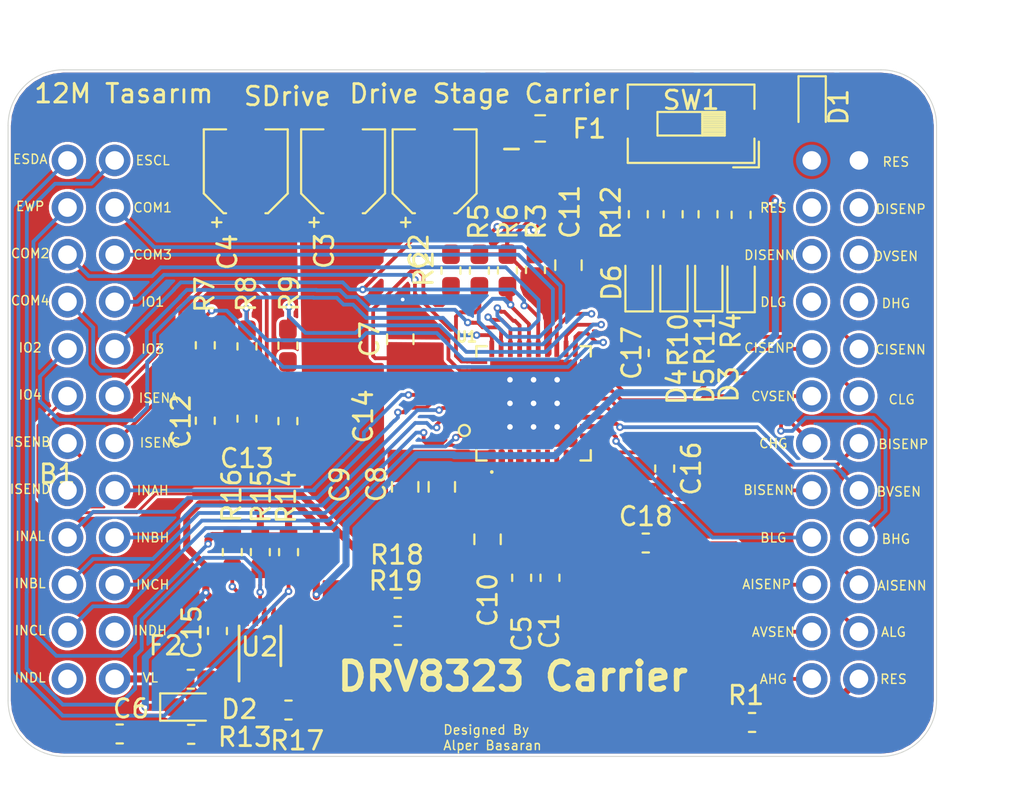
<source format=kicad_pcb>
(kicad_pcb (version 20171130) (host pcbnew "(5.1.5)-3")
  (layers (0 F.Cu signal) (31 B.Cu signal) (34 B.Paste user) (35 F.Paste user) (36 B.SilkS user) (37 F.SilkS user) (38 B.Mask user) (39 F.Mask user) (44 Edge.Cuts user))
  (net 0 "")
  (net 1 VCC)
  (net 2 /Drive_Stage/VM_Protected)
  (net 3 GND)
  (net 4 /Drive_Stage/VCP)
  (net 5 /Drive_Stage/DVDD)
  (net 6 /Drive_Stage/CPL)
  (net 7 /Drive_Stage/CPH)
  (net 8 "Net-(D2-Pad2)")
  (net 9 "Net-(D3-Pad2)")
  (net 10 /Drive_Stage/nFAULT)
  (net 11 /Drive_Stage/CAL)
  (net 12 /Drive_Stage/SDO)
  (net 13 /Drive_Stage/VDRAIN)
  (net 14 /Drive_Stage/GHA)
  (net 15 /Drive_Stage/SHA)
  (net 16 /Drive_Stage/GLA)
  (net 17 /Drive_Stage/SPA)
  (net 18 /Drive_Stage/SNA)
  (net 19 /Drive_Stage/SNB)
  (net 20 /Drive_Stage/SPB)
  (net 21 /Drive_Stage/GLB)
  (net 22 /Drive_Stage/SHB)
  (net 23 /Drive_Stage/GHB)
  (net 24 /Drive_Stage/GHC)
  (net 25 /Drive_Stage/SHC)
  (net 26 /Drive_Stage/GLC)
  (net 27 /Drive_Stage/SPC)
  (net 28 /Drive_Stage/SNC)
  (net 29 /Drive_Stage/SOC)
  (net 30 /Drive_Stage/SOB)
  (net 31 /Drive_Stage/SOA)
  (net 32 /Drive_Stage/SDI)
  (net 33 /Drive_Stage/SCLK)
  (net 34 /Drive_Stage/NSCS)
  (net 35 /Drive_Stage/ENABLE)
  (net 36 /Drive_Stage/INHA)
  (net 37 /Drive_Stage/INLA)
  (net 38 /Drive_Stage/INHB)
  (net 39 /Drive_Stage/INLB)
  (net 40 /Drive_Stage/INHC)
  (net 41 /Drive_Stage/INLC)
  (net 42 "Net-(B1-Pad32)")
  (net 43 /Drive_Stage/5V_IN_RAW)
  (net 44 "Net-(B1-Pad31)")
  (net 45 "Net-(B1-Pad30)")
  (net 46 "Net-(B1-Pad29)")
  (net 47 "Net-(B1-Pad28)")
  (net 48 "Net-(B1-Pad27)")
  (net 49 "Net-(D4-Pad2)")
  (net 50 "Net-(B1-Pad22)")
  (net 51 /Drive_Stage/EEPROM_SDA)
  (net 52 /Drive_Stage/EEPROM_SCL)
  (net 53 /Drive_Stage/EEPROM_WP)
  (net 54 /Drive_Stage/5V)
  (net 55 "Net-(D5-Pad2)")
  (net 56 /Drive_Stage/ISEN_B)
  (net 57 /Drive_Stage/ISEN_A)
  (net 58 /Drive_Stage/ISEN_C)
  (net 59 /Drive_Stage/ISEN_D)
  (net 60 "Net-(D6-Pad2)")
  (net 61 /Drive_Stage/VM)
  (net 62 "Net-(R13-Pad2)")
  (net 63 "Net-(R16-Pad2)")
  (net 64 "Net-(R17-Pad1)")
  (net 65 "Net-(F1-Pad2)")
  (net 66 /Drive_Stage/VM_VSEN)
  (net 67 "Net-(B1-Pad23)")
  (module Capacitor_SMD:C_0603_1608Metric_Pad1.05x0.95mm_HandSolder (layer F.Cu) (at 33.88 -11.19)
    (fp_text reference C18 (at 0 -1.43) (layer F.SilkS))
    (fp_text value 1000pF)
    (pad 2 smd roundrect (at 0.875 0) (size 1.05 0.95) (layers F.Cu F.Paste F.Mask) (net 18 /Drive_Stage/SNA))
    (pad 1 smd roundrect (at -0.875 0) (size 1.05 0.95) (layers F.Cu F.Paste F.Mask) (net 17 /Drive_Stage/SPA))
  )
  (module Capacitor_SMD:C_0603_1608Metric_Pad1.05x0.95mm_HandSolder (layer F.Cu) (at 34.55 -21.43 90)
    (fp_text reference C17 (at 0 -1.43 90) (layer F.SilkS))
    (fp_text value 1000pF)
    (pad 2 smd roundrect (at 0.875 0 90) (size 1.05 0.95) (layers F.Cu F.Paste F.Mask) (net 28 /Drive_Stage/SNC))
    (pad 1 smd roundrect (at -0.875 0 90) (size 1.05 0.95) (layers F.Cu F.Paste F.Mask) (net 27 /Drive_Stage/SPC))
  )
  (module Capacitor_SMD:C_0603_1608Metric_Pad1.05x0.95mm_HandSolder (layer F.Cu) (at 34.9 -15.2 270)
    (fp_text reference C16 (at 0 -1.43 90) (layer F.SilkS))
    (fp_text value 1000pF)
    (pad 2 smd roundrect (at 0.875 0 270) (size 1.05 0.95) (layers F.Cu F.Paste F.Mask) (net 19 /Drive_Stage/SNB))
    (pad 1 smd roundrect (at -0.875 0 270) (size 1.05 0.95) (layers F.Cu F.Paste F.Mask) (net 20 /Drive_Stage/SPB))
  )
  (module Resistor_SMD:R_0603_1608Metric_Pad1.05x0.95mm_HandSolder (layer F.Cu) (at 20.53 -6.21)
    (fp_text reference R19 (at -0.12 -2.94) (layer F.SilkS))
    (fp_text value R)
    (pad 2 smd roundrect (at 0.875 0) (size 1.05 0.95) (layers F.Cu F.Paste F.Mask) (net 3 GND))
    (pad 1 smd roundrect (at -0.875 0) (size 1.05 0.95) (layers F.Cu F.Paste F.Mask) (net 66 /Drive_Stage/VM_VSEN))
  )
  (module Resistor_SMD:R_0603_1608Metric_Pad1.05x0.95mm_HandSolder (layer F.Cu) (at 20.52 -7.72 180)
    (fp_text reference R18 (at 0.04 2.83) (layer F.SilkS))
    (fp_text value R)
    (pad 2 smd roundrect (at 0.875 0 180) (size 1.05 0.95) (layers F.Cu F.Paste F.Mask) (net 66 /Drive_Stage/VM_VSEN))
    (pad 1 smd roundrect (at -0.875 0 180) (size 1.05 0.95) (layers F.Cu F.Paste F.Mask) (net 2 /Drive_Stage/VM_Protected))
  )
  (module sDrive_Carriers:stage2 (layer F.Cu) (at -0.35618 0.3299)
    (fp_text reference B1 (at 2.54 -15.24) (layer F.SilkS))
    (fp_text value Drive_Stage)
    (fp_text user - (at 27.00618 -32.8219) (layer F.SilkS))
    (fp_text user "12M Tasarım" (at 6.12618 -35.7399) (layer F.SilkS))
    (fp_text user AVSEN (at 41.10618 -6.7219) (layer F.SilkS) (effects (font (size 0.5 0.5) (thickness 0.075))))
    (fp_text user RES (at 41.10618 -29.5819) (layer F.SilkS) (effects (font (size 0.5 0.5) (thickness 0.075))))
    (fp_text user RES (at 47.57618 -4.1819) (layer F.SilkS) (effects (font (size 0.5 0.5) (thickness 0.075))))
    (fp_text user BLG (at 41.10618 -11.8019) (layer F.SilkS) (effects (font (size 0.5 0.5) (thickness 0.075))))
    (fp_text user DISENN (at 40.89618 -27.0319) (layer F.SilkS) (effects (font (size 0.5 0.5) (thickness 0.075))))
    (fp_text user ISENC (at 8.08618 -16.9219) (layer F.SilkS) (effects (font (size 0.5 0.5) (thickness 0.075))))
    (fp_text user AISENN (at 48.03618 -9.2219) (layer F.SilkS) (effects (font (size 0.5 0.5) (thickness 0.075))))
    (fp_text user "Designed By" (at 25.64868 -1.4509) (layer F.SilkS) (effects (font (size 0.5 0.5) (thickness 0.075))))
    (fp_text user CHG (at 41.10618 -16.8819) (layer F.SilkS) (effects (font (size 0.5 0.5) (thickness 0.075))))
    (fp_text user DHG (at 47.70618 -24.4319) (layer F.SilkS) (effects (font (size 0.5 0.5) (thickness 0.075))))
    (fp_text user COM4 (at 1.08618 -24.5819) (layer F.SilkS) (effects (font (size 0.5 0.5) (thickness 0.075))))
    (fp_text user INBH (at 7.68618 -11.8119) (layer F.SilkS) (effects (font (size 0.5 0.5) (thickness 0.075))))
    (fp_text user ISEND (at 1.08618 -14.4219) (layer F.SilkS) (effects (font (size 0.5 0.5) (thickness 0.075))))
    (fp_text user BISENP (at 48.10618 -16.8419) (layer F.SilkS) (effects (font (size 0.5 0.5) (thickness 0.075))))
    (fp_text user BVSEN (at 47.86618 -14.2819) (layer F.SilkS) (effects (font (size 0.5 0.5) (thickness 0.075))))
    (fp_text user AISENP (at 40.74618 -9.2919) (layer F.SilkS) (effects (font (size 0.5 0.5) (thickness 0.075))))
    (fp_text user RES (at 47.70618 -32.0519) (layer F.SilkS) (effects (font (size 0.5 0.5) (thickness 0.075))))
    (fp_text user BHG (at 47.70618 -11.7319) (layer F.SilkS) (effects (font (size 0.5 0.5) (thickness 0.075))))
    (fp_text user INDL (at 1.08618 -4.2619) (layer F.SilkS) (effects (font (size 0.5 0.5) (thickness 0.075))))
    (fp_text user INBL (at 1.08618 -9.3419) (layer F.SilkS) (effects (font (size 0.5 0.5) (thickness 0.075))))
    (fp_text user INCH (at 7.68618 -9.2719) (layer F.SilkS) (effects (font (size 0.5 0.5) (thickness 0.075))))
    (fp_text user CISENN (at 47.95618 -21.9419) (layer F.SilkS) (effects (font (size 0.5 0.5) (thickness 0.075))))
    (fp_text user "Alper Basaran" (at 25.982013 -0.61265) (layer F.SilkS) (effects (font (size 0.5 0.5) (thickness 0.075))))
    (fp_text user RES (at 41.10618 -29.5819) (layer F.SilkS) (effects (font (size 0.5 0.5) (thickness 0.075))))
    (fp_text user INDH (at 7.55618 -6.8019) (layer F.SilkS) (effects (font (size 0.5 0.5) (thickness 0.075))))
    (fp_text user DLG (at 41.10618 -24.5019) (layer F.SilkS) (effects (font (size 0.5 0.5) (thickness 0.075))))
    (fp_text user CLG (at 48.01618 -19.2519) (layer F.SilkS) (effects (font (size 0.5 0.5) (thickness 0.075))))
    (fp_text user INAL (at 1.08618 -11.8819) (layer F.SilkS) (effects (font (size 0.5 0.5) (thickness 0.075))))
    (fp_text user INAH (at 7.68618 -14.3519) (layer F.SilkS) (effects (font (size 0.5 0.5) (thickness 0.075))))
    (fp_text user ISENB (at 1.08618 -16.9619) (layer F.SilkS) (effects (font (size 0.5 0.5) (thickness 0.075))))
    (fp_text user ISENA (at 7.99618 -19.3319) (layer F.SilkS) (effects (font (size 0.5 0.5) (thickness 0.075))))
    (fp_text user IO3 (at 7.68618 -21.9719) (layer F.SilkS) (effects (font (size 0.5 0.5) (thickness 0.075))))
    (fp_text user IO2 (at 1.08618 -22.0419) (layer F.SilkS) (effects (font (size 0.5 0.5) (thickness 0.075))))
    (fp_text user IO1 (at 7.68618 -24.5119) (layer F.SilkS) (effects (font (size 0.5 0.5) (thickness 0.075))))
    (fp_text user COM3 (at 7.68618 -27.0519) (layer F.SilkS) (effects (font (size 0.5 0.5) (thickness 0.075))))
    (fp_text user COM2 (at 1.08618 -27.1219) (layer F.SilkS) (effects (font (size 0.5 0.5) (thickness 0.075))))
    (fp_text user DVSEN (at 47.70618 -26.9719) (layer F.SilkS) (effects (font (size 0.5 0.5) (thickness 0.075))))
    (fp_text user COM1 (at 7.68618 -29.5919) (layer F.SilkS) (effects (font (size 0.5 0.5) (thickness 0.075))))
    (fp_text user AHG (at 41.10618 -4.1819) (layer F.SilkS) (effects (font (size 0.5 0.5) (thickness 0.075))))
    (fp_text user IO4 (at 1.08618 -19.5019) (layer F.SilkS) (effects (font (size 0.5 0.5) (thickness 0.075))))
    (fp_text user CVSEN (at 41.10618 -19.4219) (layer F.SilkS) (effects (font (size 0.5 0.5) (thickness 0.075))))
    (fp_text user INCL (at 1.08618 -6.8019) (layer F.SilkS) (effects (font (size 0.5 0.5) (thickness 0.075))))
    (fp_text user EWP (at 1.08618 -29.6619) (layer F.SilkS) (effects (font (size 0.5 0.5) (thickness 0.075))))
    (fp_text user ESDA (at 1.08618 -32.2019) (layer F.SilkS) (effects (font (size 0.5 0.5) (thickness 0.075))))
    (fp_text user CISENP (at 40.88618 -22.0319) (layer F.SilkS) (effects (font (size 0.5 0.5) (thickness 0.075))))
    (fp_text user ALG (at 47.57618 -6.7219) (layer F.SilkS) (effects (font (size 0.5 0.5) (thickness 0.075))))
    (fp_text user DISENP (at 47.96618 -29.5119) (layer F.SilkS) (effects (font (size 0.5 0.5) (thickness 0.075))))
    (fp_text user BISENN (at 40.85618 -14.3719) (layer F.SilkS) (effects (font (size 0.5 0.5) (thickness 0.075))))
    (fp_text user VL (at 7.55618 -4.2619) (layer F.SilkS) (effects (font (size 0.5 0.5) (thickness 0.075))))
    (fp_text user ESCL (at 7.68618 -32.1319) (layer F.SilkS) (effects (font (size 0.5 0.5) (thickness 0.075))))
    (fp_text user SDrive (at 14.93618 -35.5899) (layer F.SilkS))
    (fp_text user "Drive Stage Carrier" (at 25.54618 -35.7299) (layer F.SilkS))
    (pad 26 thru_hole circle (at 45.71496 -32.13608) (size 1.7 1.7) (drill 1) (layers *.Cu *.Mask) (net 3 GND))
    (pad 13 thru_hole circle (at 3.09496 -16.89608) (size 1.7 1.7) (drill 1) (layers *.Cu *.Mask) (net 56 /Drive_Stage/ISEN_B))
    (pad 29 thru_hole circle (at 43.17496 -27.05608) (size 1.7 1.7) (drill 1) (layers *.Cu *.Mask) (net 46 "Net-(B1-Pad29)"))
    (pad 38 thru_hole circle (at 45.71496 -16.89608) (size 1.7 1.7) (drill 1) (layers *.Cu *.Mask) (net 20 /Drive_Stage/SPB))
    (pad 12 thru_hole circle (at 5.63496 -19.43608) (size 1.7 1.7) (drill 1) (layers *.Cu *.Mask) (net 57 /Drive_Stage/ISEN_A))
    (pad 5 thru_hole circle (at 3.09496 -27.05608) (size 1.7 1.7) (drill 1) (layers *.Cu *.Mask) (net 32 /Drive_Stage/SDI))
    (pad 8 thru_hole circle (at 5.63496 -24.51608) (size 1.7 1.7) (drill 1) (layers *.Cu *.Mask) (net 11 /Drive_Stage/CAL))
    (pad 43 thru_hole circle (at 43.17496 -9.27608) (size 1.7 1.7) (drill 1) (layers *.Cu *.Mask) (net 17 /Drive_Stage/SPA))
    (pad 21 thru_hole circle (at 3.09496 -6.73608) (size 1.7 1.7) (drill 1) (layers *.Cu *.Mask) (net 41 /Drive_Stage/INLC))
    (pad 44 thru_hole circle (at 45.71496 -9.27608) (size 1.7 1.7) (drill 1) (layers *.Cu *.Mask) (net 18 /Drive_Stage/SNA))
    (pad 39 thru_hole circle (at 43.17496 -14.35608) (size 1.7 1.7) (drill 1) (layers *.Cu *.Mask) (net 19 /Drive_Stage/SNB))
    (pad 37 thru_hole circle (at 43.17496 -16.89608) (size 1.7 1.7) (drill 1) (layers *.Cu *.Mask) (net 24 /Drive_Stage/GHC))
    (pad 7 thru_hole circle (at 3.09496 -24.51608) (size 1.7 1.7) (drill 1) (layers *.Cu *.Mask) (net 34 /Drive_Stage/NSCS))
    (pad 6 thru_hole circle (at 5.63496 -27.05608) (size 1.7 1.7) (drill 1) (layers *.Cu *.Mask) (net 33 /Drive_Stage/SCLK))
    (pad 19 thru_hole circle (at 3.09496 -9.27608) (size 1.7 1.7) (drill 1) (layers *.Cu *.Mask) (net 39 /Drive_Stage/INLB))
    (pad 20 thru_hole circle (at 5.63496 -9.27608) (size 1.7 1.7) (drill 1) (layers *.Cu *.Mask) (net 40 /Drive_Stage/INHC))
    (pad 32 thru_hole circle (at 45.71496 -24.51608) (size 1.7 1.7) (drill 1) (layers *.Cu *.Mask) (net 42 "Net-(B1-Pad32)"))
    (pad 33 thru_hole circle (at 43.17496 -21.97608) (size 1.7 1.7) (drill 1) (layers *.Cu *.Mask) (net 27 /Drive_Stage/SPC))
    (pad 34 thru_hole circle (at 45.71496 -21.97608) (size 1.7 1.7) (drill 1) (layers *.Cu *.Mask) (net 28 /Drive_Stage/SNC))
    (pad 14 thru_hole circle (at 5.63496 -16.89608) (size 1.7 1.7) (drill 1) (layers *.Cu *.Mask) (net 58 /Drive_Stage/ISEN_C))
    (pad 30 thru_hole circle (at 45.71496 -27.05608) (size 1.7 1.7) (drill 1) (layers *.Cu *.Mask) (net 45 "Net-(B1-Pad30)"))
    (pad 31 thru_hole circle (at 43.17496 -24.51608) (size 1.7 1.7) (drill 1) (layers *.Cu *.Mask) (net 44 "Net-(B1-Pad31)"))
    (pad 40 thru_hole circle (at 45.71496 -14.35608) (size 1.7 1.7) (drill 1) (layers *.Cu *.Mask) (net 22 /Drive_Stage/SHB))
    (pad 18 thru_hole circle (at 5.63496 -11.81608) (size 1.7 1.7) (drill 1) (layers *.Cu *.Mask) (net 38 /Drive_Stage/INHB))
    (pad 45 thru_hole circle (at 43.17496 -6.73608) (size 1.7 1.7) (drill 1) (layers *.Cu *.Mask) (net 15 /Drive_Stage/SHA))
    (pad 1 thru_hole circle (at 3.09496 -32.13608) (size 1.7 1.7) (drill 1) (layers *.Cu *.Mask) (net 51 /Drive_Stage/EEPROM_SDA))
    (pad 2 thru_hole circle (at 5.63496 -32.13608) (size 1.7 1.7) (drill 1) (layers *.Cu *.Mask) (net 52 /Drive_Stage/EEPROM_SCL))
    (pad 42 thru_hole circle (at 45.71496 -11.81608) (size 1.7 1.7) (drill 1) (layers *.Cu *.Mask) (net 23 /Drive_Stage/GHB))
    (pad 15 thru_hole circle (at 3.09496 -14.35608) (size 1.7 1.7) (drill 1) (layers *.Cu *.Mask) (net 59 /Drive_Stage/ISEN_D))
    (pad 27 thru_hole circle (at 43.17496 -29.59608) (size 1.7 1.7) (drill 1) (layers *.Cu *.Mask) (net 48 "Net-(B1-Pad27)"))
    (pad 23 thru_hole circle (at 3.09496 -4.19608) (size 1.7 1.7) (drill 1) (layers *.Cu *.Mask) (net 67 "Net-(B1-Pad23)"))
    (pad 28 thru_hole circle (at 45.71496 -29.59608) (size 1.7 1.7) (drill 1) (layers *.Cu *.Mask) (net 47 "Net-(B1-Pad28)"))
    (pad 4 thru_hole circle (at 5.63496 -29.59608) (size 1.7 1.7) (drill 1) (layers *.Cu *.Mask) (net 12 /Drive_Stage/SDO))
    (pad 11 thru_hole circle (at 3.09496 -19.43608) (size 1.7 1.7) (drill 1) (layers *.Cu *.Mask) (net 66 /Drive_Stage/VM_VSEN))
    (pad 35 thru_hole circle (at 43.17496 -19.43608) (size 1.7 1.7) (drill 1) (layers *.Cu *.Mask) (net 25 /Drive_Stage/SHC))
    (pad 16 thru_hole circle (at 5.63496 -14.35608) (size 1.7 1.7) (drill 1) (layers *.Cu *.Mask) (net 36 /Drive_Stage/INHA))
    (pad 36 thru_hole circle (at 45.71496 -19.43608) (size 1.7 1.7) (drill 1) (layers *.Cu *.Mask) (net 26 /Drive_Stage/GLC))
    (pad 9 thru_hole circle (at 3.09496 -21.97608) (size 1.7 1.7) (drill 1) (layers *.Cu *.Mask) (net 35 /Drive_Stage/ENABLE))
    (pad 3 thru_hole circle (at 3.09496 -29.59608) (size 1.7 1.7) (drill 1) (layers *.Cu *.Mask) (net 53 /Drive_Stage/EEPROM_WP))
    (pad 41 thru_hole circle (at 43.17496 -11.81608) (size 1.7 1.7) (drill 1) (layers *.Cu *.Mask) (net 21 /Drive_Stage/GLB))
    (pad 46 thru_hole circle (at 45.71496 -6.73608) (size 1.7 1.7) (drill 1) (layers *.Cu *.Mask) (net 16 /Drive_Stage/GLA))
    (pad 17 thru_hole circle (at 3.09496 -11.81608) (size 1.7 1.7) (drill 1) (layers *.Cu *.Mask) (net 37 /Drive_Stage/INLA))
    (pad 25 thru_hole circle (at 43.17496 -32.13608) (size 1.7 1.7) (drill 1) (layers *.Cu *.Mask) (net 1 VCC))
    (pad 47 thru_hole circle (at 43.17496 -4.19608) (size 1.7 1.7) (drill 1) (layers *.Cu *.Mask) (net 14 /Drive_Stage/GHA))
    (pad 48 thru_hole circle (at 45.71496 -4.19608) (size 1.7 1.7) (drill 1) (layers *.Cu *.Mask) (net 13 /Drive_Stage/VDRAIN))
    (pad 10 thru_hole circle (at 5.63496 -21.97608) (size 1.7 1.7) (drill 1) (layers *.Cu *.Mask) (net 10 /Drive_Stage/nFAULT))
    (pad 24 thru_hole circle (at 5.63496 -4.19608) (size 1.7 1.7) (drill 1) (layers *.Cu *.Mask) (net 43 /Drive_Stage/5V_IN_RAW))
    (pad 22 thru_hole circle (at 5.63496 -6.73608) (size 1.7 1.7) (drill 1) (layers *.Cu *.Mask) (net 50 "Net-(B1-Pad22)"))
  )
  (module Diode_SMD:D_0603_1608Metric_Pad1.05x0.95mm_HandSolder (layer F.Cu) (at 42.84 -34.68 270)
    (fp_text reference D1 (at 0 -1.43 90) (layer F.SilkS))
    (fp_text value D_Schottky)
    (pad 2 smd roundrect (at 0.875 0 270) (size 1.05 0.95) (layers F.Cu F.Paste F.Mask) (net 1 VCC))
    (pad 1 smd roundrect (at -0.875 0 270) (size 1.05 0.95) (layers F.Cu F.Paste F.Mask) (net 61 /Drive_Stage/VM))
  )
  (module Capacitor_SMD:C_0603_1608Metric_Pad1.05x0.95mm_HandSolder (layer F.Cu) (at 5.55 -0.9 180)
    (fp_text reference C6 (at -0.61 1.36 180) (layer F.SilkS))
    (fp_text value "X7R, 47-nF")
    (pad 1 smd roundrect (at -0.875 0 180) (size 1.05 0.95) (layers F.Cu F.Paste F.Mask) (net 54 /Drive_Stage/5V))
    (pad 2 smd roundrect (at 0.875 0 180) (size 1.05 0.95) (layers F.Cu F.Paste F.Mask) (net 3 GND))
  )
  (module Capacitor_SMD:C_0603_1608Metric_Pad1.05x0.95mm_HandSolder (layer F.Cu) (at 10.16 -17.78 270)
    (fp_text reference C12 (at 0.02 1.31 90) (layer F.SilkS))
    (fp_text value "X7R, 2200pF")
    (pad 2 smd roundrect (at 0.875 0 270) (size 1.05 0.95) (layers F.Cu F.Paste F.Mask) (net 3 GND))
    (pad 1 smd roundrect (at -0.875 0 270) (size 1.05 0.95) (layers F.Cu F.Paste F.Mask) (net 58 /Drive_Stage/ISEN_C))
  )
  (module Capacitor_SMD:C_0603_1608Metric_Pad1.05x0.95mm_HandSolder (layer F.Cu) (at 14.608 -17.76 270)
    (fp_text reference C14 (at -0.254 -4.064 90) (layer F.SilkS))
    (fp_text value "X7R, 0.1µF")
    (pad 2 smd roundrect (at 0.875 0 270) (size 1.05 0.95) (layers F.Cu F.Paste F.Mask) (net 3 GND))
    (pad 1 smd roundrect (at -0.875 0 270) (size 1.05 0.95) (layers F.Cu F.Paste F.Mask) (net 57 /Drive_Stage/ISEN_A))
  )
  (module Capacitor_SMD:C_0603_1608Metric (layer F.Cu) (at 12.404 -17.89 270)
    (fp_text reference C13 (at 2.14 0.004) (layer F.SilkS))
    (fp_text value "X7R, 2200pF")
    (pad 2 smd roundrect (at 0.7875 0 270) (size 0.875 0.95) (layers F.Cu F.Paste F.Mask) (net 3 GND))
    (pad 1 smd roundrect (at -0.7875 0 270) (size 0.875 0.95) (layers F.Cu F.Paste F.Mask) (net 56 /Drive_Stage/ISEN_B))
  )
  (module Button_Switch_SMD:SW_DIP_SPSTx01_Slide_6.7x4.1mm_W6.73mm_P2.54mm_LowProfile_JPin (layer F.Cu) (at 36.322 -33.782 180)
    (fp_text reference SW1 (at 0 1.27) (layer F.SilkS))
    (fp_text value SW_Push_Open)
    (pad 2 smd rect (at 3.365 0 180) (size 2.16 1.12) (layers F.Cu F.Paste F.Mask) (net 65 "Net-(F1-Pad2)"))
    (pad 1 smd rect (at -3.365 0 180) (size 2.16 1.12) (layers F.Cu F.Paste F.Mask) (net 61 /Drive_Stage/VM))
  )
  (module Resistor_SMD:R_0603_1608Metric_Pad1.05x0.95mm_HandSolder (layer F.Cu) (at 10.16 -21.844 90)
    (fp_text reference R9 (at 2.796 4.53 90) (layer F.SilkS))
    (fp_text value "0603 1k")
    (pad 2 smd roundrect (at 0.875 0 90) (size 1.05 0.95) (layers F.Cu F.Paste F.Mask) (net 29 /Drive_Stage/SOC))
    (pad 1 smd roundrect (at -0.875 0 90) (size 1.05 0.95) (layers F.Cu F.Paste F.Mask) (net 58 /Drive_Stage/ISEN_C))
  )
  (module Resistor_SMD:R_0603_1608Metric_Pad1.05x0.95mm_HandSolder (layer F.Cu) (at 12.404 -21.784 90)
    (fp_text reference R8 (at 2.826 -0.034 90) (layer F.SilkS))
    (fp_text value "0603 1k")
    (pad 2 smd roundrect (at 0.875 0 90) (size 1.05 0.95) (layers F.Cu F.Paste F.Mask) (net 30 /Drive_Stage/SOB))
    (pad 1 smd roundrect (at -0.875 0 90) (size 1.05 0.95) (layers F.Cu F.Paste F.Mask) (net 56 /Drive_Stage/ISEN_B))
  )
  (module Resistor_SMD:R_0603_1608Metric_Pad1.05x0.95mm_HandSolder (layer F.Cu) (at 14.608 -21.824 90)
    (fp_text reference R7 (at 2.756 -4.478 90) (layer F.SilkS))
    (fp_text value "0603 1k")
    (pad 2 smd roundrect (at 0.875 0 90) (size 1.05 0.95) (layers F.Cu F.Paste F.Mask) (net 31 /Drive_Stage/SOA))
    (pad 1 smd roundrect (at -0.875 0 90) (size 1.05 0.95) (layers F.Cu F.Paste F.Mask) (net 57 /Drive_Stage/ISEN_A))
  )
  (module Diode_SMD:D_0603_1608Metric_Pad1.05x0.95mm_HandSolder (layer F.Cu) (at 9.39 -2.35)
    (fp_text reference D2 (at 2.6 0.12) (layer F.SilkS))
    (fp_text value D_Schottky)
    (pad 2 smd roundrect (at 0.875 0) (size 1.05 0.95) (layers F.Cu F.Paste F.Mask) (net 8 "Net-(D2-Pad2)"))
    (pad 1 smd roundrect (at -0.875 0) (size 1.05 0.95) (layers F.Cu F.Paste F.Mask) (net 54 /Drive_Stage/5V))
  )
  (module Package_DFN_QFN:DFN-8-1EP_3x2mm_P0.5mm_EP1.3x1.5mm (layer F.Cu) (at 13.104 -5.648 90)
    (fp_text reference U2 (at -0.048 -0.024) (layer F.SilkS))
    (fp_text value 24LC01)
    (pad 8 smd rect (at 1.45 -0.75 90) (size 0.75 0.3) (layers F.Cu F.Paste F.Mask) (net 54 /Drive_Stage/5V))
    (pad 7 smd rect (at 1.45 -0.25 90) (size 0.75 0.3) (layers F.Cu F.Paste F.Mask) (net 63 "Net-(R16-Pad2)"))
    (pad 6 smd rect (at 1.45 0.25 90) (size 0.75 0.3) (layers F.Cu F.Paste F.Mask) (net 52 /Drive_Stage/EEPROM_SCL))
    (pad 5 smd rect (at 1.45 0.75 90) (size 0.75 0.3) (layers F.Cu F.Paste F.Mask) (net 51 /Drive_Stage/EEPROM_SDA))
    (pad 4 smd rect (at -1.45 0.75 90) (size 0.75 0.3) (layers F.Cu F.Paste F.Mask) (net 3 GND))
    (pad 3 smd rect (at -1.45 0.25 90) (size 0.75 0.3) (layers F.Cu F.Paste F.Mask) (net 64 "Net-(R17-Pad1)"))
    (pad 2 smd rect (at -1.45 -0.25 90) (size 0.75 0.3) (layers F.Cu F.Paste F.Mask) (net 64 "Net-(R17-Pad1)"))
    (pad 1 smd rect (at -1.45 -0.75 90) (size 0.75 0.3) (layers F.Cu F.Paste F.Mask) (net 62 "Net-(R13-Pad2)"))
  )
  (module Resistor_SMD:R_0603_1608Metric_Pad1.05x0.95mm_HandSolder (layer F.Cu) (at 14.64 -2.19)
    (fp_text reference R17 (at 0.47 1.65) (layer F.SilkS))
    (fp_text value R)
    (pad 2 smd roundrect (at 0.875 0) (size 1.05 0.95) (layers F.Cu F.Paste F.Mask) (net 3 GND))
    (pad 1 smd roundrect (at -0.875 0) (size 1.05 0.95) (layers F.Cu F.Paste F.Mask) (net 64 "Net-(R17-Pad1)"))
  )
  (module Resistor_SMD:R_0603_1608Metric_Pad1.05x0.95mm_HandSolder (layer F.Cu) (at 11.614 -10.698 270)
    (fp_text reference R16 (at -3.042 0.034 90) (layer F.SilkS))
    (fp_text value R)
    (pad 2 smd roundrect (at 0.875 0 270) (size 1.05 0.95) (layers F.Cu F.Paste F.Mask) (net 63 "Net-(R16-Pad2)"))
    (pad 1 smd roundrect (at -0.875 0 270) (size 1.05 0.95) (layers F.Cu F.Paste F.Mask) (net 53 /Drive_Stage/EEPROM_WP))
  )
  (module Resistor_SMD:R_0603_1608Metric_Pad1.05x0.95mm_HandSolder (layer F.Cu) (at 13.124 -10.698 270)
    (fp_text reference R15 (at -3.012 -0.046 90) (layer F.SilkS))
    (fp_text value R)
    (pad 2 smd roundrect (at 0.875 0 270) (size 1.05 0.95) (layers F.Cu F.Paste F.Mask) (net 52 /Drive_Stage/EEPROM_SCL))
    (pad 1 smd roundrect (at -0.875 0 270) (size 1.05 0.95) (layers F.Cu F.Paste F.Mask) (net 54 /Drive_Stage/5V))
  )
  (module Resistor_SMD:R_0603_1608Metric_Pad1.05x0.95mm_HandSolder (layer F.Cu) (at 14.644 -10.698 270)
    (fp_text reference R14 (at -2.982 0.124 90) (layer F.SilkS))
    (fp_text value R)
    (pad 2 smd roundrect (at 0.875 0 270) (size 1.05 0.95) (layers F.Cu F.Paste F.Mask) (net 51 /Drive_Stage/EEPROM_SDA))
    (pad 1 smd roundrect (at -0.875 0 270) (size 1.05 0.95) (layers F.Cu F.Paste F.Mask) (net 54 /Drive_Stage/5V))
  )
  (module Resistor_SMD:R_0603_1608Metric_Pad1.05x0.95mm_HandSolder (layer F.Cu) (at 9.4 -0.88)
    (fp_text reference R13 (at 2.89 0.15) (layer F.SilkS))
    (fp_text value R)
    (pad 2 smd roundrect (at 0.875 0) (size 1.05 0.95) (layers F.Cu F.Paste F.Mask) (net 62 "Net-(R13-Pad2)"))
    (pad 1 smd roundrect (at -0.875 0) (size 1.05 0.95) (layers F.Cu F.Paste F.Mask) (net 54 /Drive_Stage/5V))
  )
  (module Capacitor_SMD:C_0603_1608Metric_Pad1.05x0.95mm_HandSolder (layer F.Cu) (at 10.814 -6.448 270)
    (fp_text reference C15 (at 0.068 1.384 270) (layer F.SilkS))
    (fp_text value "X7R, 47-nF")
    (pad 2 smd roundrect (at 0.875 0 270) (size 1.05 0.95) (layers F.Cu F.Paste F.Mask) (net 3 GND))
    (pad 1 smd roundrect (at -0.875 0 270) (size 1.05 0.95) (layers F.Cu F.Paste F.Mask) (net 54 /Drive_Stage/5V))
  )
  (module Capacitor_SMD:CP_Elec_4x5.3 (layer F.Cu) (at 12.34 -31.22 90)
    (fp_text reference C4 (at -4.35 -0.98 90) (layer F.SilkS))
    (fp_text value "10uF 63V")
    (pad 2 smd roundrect (at 1.8 0 90) (size 2.6 1.6) (layers F.Cu F.Paste F.Mask) (roundrect_rratio 0.15625) (net 3 GND))
    (pad 1 smd roundrect (at -1.8 0 90) (size 2.6 1.6) (layers F.Cu F.Paste F.Mask) (roundrect_rratio 0.15625) (net 2 /Drive_Stage/VM_Protected))
  )
  (module Capacitor_SMD:CP_Elec_4x5.3 (layer F.Cu) (at 17.58 -31.22 90)
    (fp_text reference C3 (at -4.29 -1.01 90) (layer F.SilkS))
    (fp_text value "10uF 63V")
    (pad 2 smd roundrect (at 1.8 0 90) (size 2.6 1.6) (layers F.Cu F.Paste F.Mask) (roundrect_rratio 0.15625) (net 3 GND))
    (pad 1 smd roundrect (at -1.8 0 90) (size 2.6 1.6) (layers F.Cu F.Paste F.Mask) (roundrect_rratio 0.15625) (net 2 /Drive_Stage/VM_Protected))
  )
  (module Capacitor_SMD:CP_Elec_4x5.3 (layer F.Cu) (at 22.51 -31.22 90)
    (fp_text reference C2 (at -4.33 -0.85 90) (layer F.SilkS))
    (fp_text value "20uF 400V")
    (pad 2 smd roundrect (at 1.8 0 90) (size 2.6 1.6) (layers F.Cu F.Paste F.Mask) (roundrect_rratio 0.15625) (net 3 GND))
    (pad 1 smd roundrect (at -1.8 0 90) (size 2.6 1.6) (layers F.Cu F.Paste F.Mask) (roundrect_rratio 0.15625) (net 2 /Drive_Stage/VM_Protected))
  )
  (module Resistor_SMD:R_0603_1608Metric_Pad1.05x0.95mm_HandSolder (layer F.Cu) (at 39.605 -1.52 180)
    (fp_text reference R1 (at 0.325 1.46) (layer F.SilkS))
    (fp_text value R)
    (pad 2 smd roundrect (at 0.875 0 180) (size 1.05 0.95) (layers F.Cu F.Paste F.Mask) (net 2 /Drive_Stage/VM_Protected))
    (pad 1 smd roundrect (at -0.875 0 180) (size 1.05 0.95) (layers F.Cu F.Paste F.Mask) (net 13 /Drive_Stage/VDRAIN))
  )
  (module custom_footprints:QFN50P600X600X80-41N415X415 (layer F.Cu) (at 27.838 -18.716 90)
    (fp_text reference U1 (at 3.578 -3.606 180) (layer F.SilkS) (effects (font (size 0.551522 0.551522))))
    (fp_text value DRV8323SRTAT)
    (pad 41 thru_hole circle (at 1.27 1.27 90) (size 0.4 0.4) (drill 0.3) (layers *.Cu *.Mask) (net 3 GND))
    (pad 41 thru_hole circle (at 0 1.27 90) (size 0.4 0.4) (drill 0.3) (layers *.Cu *.Mask) (net 3 GND))
    (pad 41 thru_hole circle (at -1.27 1.27 90) (size 0.4 0.4) (drill 0.3) (layers *.Cu *.Mask) (net 3 GND))
    (pad 41 thru_hole circle (at 1.27 0 90) (size 0.4 0.4) (drill 0.3) (layers *.Cu *.Mask) (net 3 GND))
    (pad 41 thru_hole circle (at 0 0 90) (size 0.4 0.4) (drill 0.3) (layers *.Cu *.Mask) (net 3 GND))
    (pad 41 thru_hole circle (at -1.27 0 90) (size 0.4 0.4) (drill 0.3) (layers *.Cu *.Mask) (net 3 GND))
    (pad 41 thru_hole circle (at 1.27 -1.27 90) (size 0.4 0.4) (drill 0.3) (layers *.Cu *.Mask) (net 3 GND))
    (pad 41 thru_hole circle (at 0 -1.27 90) (size 0.4 0.4) (drill 0.3) (layers *.Cu *.Mask) (net 3 GND))
    (pad 41 thru_hole circle (at -1.27 -1.27 90) (size 0.4 0.4) (drill 0.3) (layers *.Cu *.Mask) (net 3 GND))
    (pad 1 smd rect (at -2.935 -2.25 90) (size 0.88 0.26) (layers F.Cu F.Paste F.Mask) (net 6 /Drive_Stage/CPL))
    (pad 2 smd rect (at -2.935 -1.75 90) (size 0.88 0.26) (layers F.Cu F.Paste F.Mask) (net 7 /Drive_Stage/CPH))
    (pad 3 smd rect (at -2.935 -1.25 90) (size 0.88 0.26) (layers F.Cu F.Paste F.Mask) (net 4 /Drive_Stage/VCP))
    (pad 4 smd rect (at -2.935 -0.75 90) (size 0.88 0.26) (layers F.Cu F.Paste F.Mask) (net 2 /Drive_Stage/VM_Protected))
    (pad 5 smd rect (at -2.935 -0.25 90) (size 0.88 0.26) (layers F.Cu F.Paste F.Mask) (net 13 /Drive_Stage/VDRAIN))
    (pad 6 smd rect (at -2.935 0.25 90) (size 0.88 0.26) (layers F.Cu F.Paste F.Mask) (net 14 /Drive_Stage/GHA))
    (pad 7 smd rect (at -2.935 0.75 90) (size 0.88 0.26) (layers F.Cu F.Paste F.Mask) (net 15 /Drive_Stage/SHA))
    (pad 8 smd rect (at -2.935 1.25 90) (size 0.88 0.26) (layers F.Cu F.Paste F.Mask) (net 16 /Drive_Stage/GLA))
    (pad 9 smd rect (at -2.935 1.75 90) (size 0.88 0.26) (layers F.Cu F.Paste F.Mask) (net 17 /Drive_Stage/SPA))
    (pad 10 smd rect (at -2.935 2.25 90) (size 0.88 0.26) (layers F.Cu F.Paste F.Mask) (net 18 /Drive_Stage/SNA))
    (pad 11 smd rect (at -2.25 2.935 90) (size 0.26 0.88) (layers F.Cu F.Paste F.Mask) (net 19 /Drive_Stage/SNB))
    (pad 12 smd rect (at -1.75 2.935 90) (size 0.26 0.88) (layers F.Cu F.Paste F.Mask) (net 20 /Drive_Stage/SPB))
    (pad 13 smd rect (at -1.25 2.935 90) (size 0.26 0.88) (layers F.Cu F.Paste F.Mask) (net 21 /Drive_Stage/GLB))
    (pad 14 smd rect (at -0.75 2.935 90) (size 0.26 0.88) (layers F.Cu F.Paste F.Mask) (net 22 /Drive_Stage/SHB))
    (pad 15 smd rect (at -0.25 2.935 90) (size 0.26 0.88) (layers F.Cu F.Paste F.Mask) (net 23 /Drive_Stage/GHB))
    (pad 16 smd rect (at 0.25 2.935 90) (size 0.26 0.88) (layers F.Cu F.Paste F.Mask) (net 24 /Drive_Stage/GHC))
    (pad 17 smd rect (at 0.75 2.935 90) (size 0.26 0.88) (layers F.Cu F.Paste F.Mask) (net 25 /Drive_Stage/SHC))
    (pad 18 smd rect (at 1.25 2.935 90) (size 0.26 0.88) (layers F.Cu F.Paste F.Mask) (net 26 /Drive_Stage/GLC))
    (pad 19 smd rect (at 1.75 2.935 90) (size 0.26 0.88) (layers F.Cu F.Paste F.Mask) (net 27 /Drive_Stage/SPC))
    (pad 20 smd rect (at 2.25 2.935 90) (size 0.26 0.88) (layers F.Cu F.Paste F.Mask) (net 28 /Drive_Stage/SNC))
    (pad 21 smd rect (at 2.935 2.25 90) (size 0.88 0.26) (layers F.Cu F.Paste F.Mask) (net 29 /Drive_Stage/SOC))
    (pad 22 smd rect (at 2.935 1.75 90) (size 0.88 0.26) (layers F.Cu F.Paste F.Mask) (net 30 /Drive_Stage/SOB))
    (pad 23 smd rect (at 2.935 1.25 90) (size 0.88 0.26) (layers F.Cu F.Paste F.Mask) (net 31 /Drive_Stage/SOA))
    (pad 24 smd rect (at 2.935 0.75 90) (size 0.88 0.26) (layers F.Cu F.Paste F.Mask) (net 54 /Drive_Stage/5V))
    (pad 25 smd rect (at 2.935 0.25 90) (size 0.88 0.26) (layers F.Cu F.Paste F.Mask) (net 10 /Drive_Stage/nFAULT))
    (pad 26 smd rect (at 2.935 -0.25 90) (size 0.88 0.26) (layers F.Cu F.Paste F.Mask) (net 12 /Drive_Stage/SDO))
    (pad 27 smd rect (at 2.935 -0.75 90) (size 0.88 0.26) (layers F.Cu F.Paste F.Mask) (net 32 /Drive_Stage/SDI))
    (pad 28 smd rect (at 2.935 -1.25 90) (size 0.88 0.26) (layers F.Cu F.Paste F.Mask) (net 33 /Drive_Stage/SCLK))
    (pad 29 smd rect (at 2.935 -1.75 90) (size 0.88 0.26) (layers F.Cu F.Paste F.Mask) (net 34 /Drive_Stage/NSCS))
    (pad 30 smd rect (at 2.935 -2.25 90) (size 0.88 0.26) (layers F.Cu F.Paste F.Mask) (net 35 /Drive_Stage/ENABLE))
    (pad 31 smd rect (at 2.25 -2.935 90) (size 0.26 0.88) (layers F.Cu F.Paste F.Mask) (net 11 /Drive_Stage/CAL))
    (pad 32 smd rect (at 1.75 -2.935 90) (size 0.26 0.88) (layers F.Cu F.Paste F.Mask) (net 3 GND))
    (pad 33 smd rect (at 1.25 -2.935 90) (size 0.26 0.88) (layers F.Cu F.Paste F.Mask) (net 5 /Drive_Stage/DVDD))
    (pad 34 smd rect (at 0.75 -2.935 90) (size 0.26 0.88) (layers F.Cu F.Paste F.Mask) (net 36 /Drive_Stage/INHA))
    (pad 35 smd rect (at 0.25 -2.935 90) (size 0.26 0.88) (layers F.Cu F.Paste F.Mask) (net 37 /Drive_Stage/INLA))
    (pad 36 smd rect (at -0.25 -2.935 90) (size 0.26 0.88) (layers F.Cu F.Paste F.Mask) (net 38 /Drive_Stage/INHB))
    (pad 37 smd rect (at -0.75 -2.935 90) (size 0.26 0.88) (layers F.Cu F.Paste F.Mask) (net 39 /Drive_Stage/INLB))
    (pad 38 smd rect (at -1.25 -2.935 90) (size 0.26 0.88) (layers F.Cu F.Paste F.Mask) (net 40 /Drive_Stage/INHC))
    (pad 39 smd rect (at -1.75 -2.935 90) (size 0.26 0.88) (layers F.Cu F.Paste F.Mask) (net 41 /Drive_Stage/INLC))
    (pad 40 smd rect (at -2.25 -2.935 90) (size 0.26 0.88) (layers F.Cu F.Paste F.Mask) (net 3 GND))
    (pad 41 smd rect (at 0 0 90) (size 4.15 4.15) (layers F.Cu F.Paste F.Mask) (net 3 GND))
  )
  (module Capacitor_SMD:C_0805_2012Metric_Pad1.15x1.40mm_HandSolder (layer F.Cu) (at 29.718 -26.162 90)
    (fp_text reference C11 (at 2.8702 0.0752 90) (layer F.SilkS))
    (fp_text value "X7R, 0.1µF")
    (pad 2 smd roundrect (at 1.025 0 90) (size 1.15 1.4) (layers F.Cu F.Paste F.Mask) (roundrect_rratio 0.217391) (net 3 GND))
    (pad 1 smd roundrect (at -1.025 0 90) (size 1.15 1.4) (layers F.Cu F.Paste F.Mask) (roundrect_rratio 0.217391) (net 54 /Drive_Stage/5V))
  )
  (module Resistor_SMD:R_0603_1608Metric_Pad1.05x0.95mm_HandSolder (layer F.Cu) (at 37.234 -28.904 270)
    (fp_text reference R11 (at 6.714 0.174 90) (layer F.SilkS))
    (fp_text value "0603 1k")
    (pad 2 smd roundrect (at 0.875 0 270) (size 1.05 0.95) (layers F.Cu F.Paste F.Mask) (net 55 "Net-(D5-Pad2)"))
    (pad 1 smd roundrect (at -0.875 0 270) (size 1.05 0.95) (layers F.Cu F.Paste F.Mask) (net 54 /Drive_Stage/5V))
  )
  (module LED_SMD:LED_0603_1608Metric_Pad1.05x0.95mm_HandSolder (layer F.Cu) (at 37.274 -25.329 90)
    (fp_text reference D5 (at -5.665 -0.232 90) (layer F.SilkS))
    (fp_text value YELLOW)
    (pad 2 smd roundrect (at 0.875 0 90) (size 1.05 0.95) (layers F.Cu F.Paste F.Mask) (net 55 "Net-(D5-Pad2)"))
    (pad 1 smd roundrect (at -0.875 0 90) (size 1.05 0.95) (layers F.Cu F.Paste F.Mask) (net 3 GND))
  )
  (module Fuse:Fuse_0603_1608Metric_Pad1.05x0.95mm_HandSolder (layer F.Cu) (at 9.38 -3.85 180)
    (fp_text reference F2 (at 1.36 1.81 180) (layer F.SilkS))
    (fp_text value Fuse)
    (pad 2 smd roundrect (at 0.875 0 180) (size 1.05 0.95) (layers F.Cu F.Paste F.Mask) (net 43 /Drive_Stage/5V_IN_RAW))
    (pad 1 smd roundrect (at -0.875 0 180) (size 1.05 0.95) (layers F.Cu F.Paste F.Mask) (net 8 "Net-(D2-Pad2)"))
  )
  (module Fuse:Fuse_0805_2012Metric_Pad1.15x1.40mm_HandSolder (layer F.Cu) (at 28.194 -33.528)
    (fp_text reference F1 (at 2.645 0.02) (layer F.SilkS))
    (fp_text value Fuse)
    (pad 2 smd roundrect (at 1.025 0) (size 1.15 1.4) (layers F.Cu F.Paste F.Mask) (roundrect_rratio 0.217391) (net 65 "Net-(F1-Pad2)"))
    (pad 1 smd roundrect (at -1.025 0) (size 1.15 1.4) (layers F.Cu F.Paste F.Mask) (roundrect_rratio 0.217391) (net 2 /Drive_Stage/VM_Protected))
  )
  (module LED_SMD:LED_0603_1608Metric_Pad1.05x0.95mm_HandSolder (layer F.Cu) (at 33.518 -25.329 90)
    (fp_text reference D6 (at -0.109 -1.478 90) (layer F.SilkS))
    (fp_text value YELLOW)
    (pad 2 smd roundrect (at 0.875 0 90) (size 1.05 0.95) (layers F.Cu F.Paste F.Mask) (net 60 "Net-(D6-Pad2)"))
    (pad 1 smd roundrect (at -0.875 0 90) (size 1.05 0.95) (layers F.Cu F.Paste F.Mask) (net 3 GND))
  )
  (module Resistor_SMD:R_0603_1608Metric_Pad1.05x0.95mm_HandSolder (layer F.Cu) (at 33.478 -28.904 270)
    (fp_text reference R12 (at -0.075 1.47 90) (layer F.SilkS))
    (fp_text value "0603 2k")
    (pad 2 smd roundrect (at 0.875 0 270) (size 1.05 0.95) (layers F.Cu F.Paste F.Mask) (net 60 "Net-(D6-Pad2)"))
    (pad 1 smd roundrect (at -0.875 0 270) (size 1.05 0.95) (layers F.Cu F.Paste F.Mask) (net 2 /Drive_Stage/VM_Protected))
  )
  (module Resistor_SMD:R_0603_1608Metric_Pad1.05x0.95mm_HandSolder (layer F.Cu) (at 35.356 -28.904 270)
    (fp_text reference R10 (at 6.78 -0.27 90) (layer F.SilkS))
    (fp_text value "0603 1k")
    (pad 2 smd roundrect (at 0.875 0 270) (size 1.05 0.95) (layers F.Cu F.Paste F.Mask) (net 49 "Net-(D4-Pad2)"))
    (pad 1 smd roundrect (at -0.875 0 270) (size 1.05 0.95) (layers F.Cu F.Paste F.Mask) (net 61 /Drive_Stage/VM))
  )
  (module LED_SMD:LED_0603_1608Metric_Pad1.05x0.95mm_HandSolder (layer F.Cu) (at 35.396 -25.329 90)
    (fp_text reference D4 (at -5.715 0.156 90) (layer F.SilkS))
    (fp_text value YELLOW)
    (pad 2 smd roundrect (at 0.875 0 90) (size 1.05 0.95) (layers F.Cu F.Paste F.Mask) (net 49 "Net-(D4-Pad2)"))
    (pad 1 smd roundrect (at -0.875 0 90) (size 1.05 0.95) (layers F.Cu F.Paste F.Mask) (net 3 GND))
  )
  (module Capacitor_SMD:C_0603_1608Metric_Pad1.05x0.95mm_HandSolder (layer F.Cu) (at 28.7206 -9.315 270)
    (fp_text reference C1 (at 2.865 0.0306 90) (layer F.SilkS))
    (fp_text value "X7R, 47-nF")
    (pad 2 smd roundrect (at 0.875 0 270) (size 1.05 0.95) (layers F.Cu F.Paste F.Mask) (net 3 GND))
    (pad 1 smd roundrect (at -0.875 0 270) (size 1.05 0.95) (layers F.Cu F.Paste F.Mask) (net 2 /Drive_Stage/VM_Protected))
  )
  (module Capacitor_SMD:C_0603_1608Metric_Pad1.05x0.95mm_HandSolder (layer F.Cu) (at 27.1966 -9.315 270)
    (fp_text reference C5 (at 3.015 -0.0034 90) (layer F.SilkS))
    (fp_text value "X7R, 47-nF")
    (pad 2 smd roundrect (at 0.875 0 270) (size 1.05 0.95) (layers F.Cu F.Paste F.Mask) (net 3 GND))
    (pad 1 smd roundrect (at -0.875 0 270) (size 1.05 0.95) (layers F.Cu F.Paste F.Mask) (net 2 /Drive_Stage/VM_Protected))
  )
  (module Resistor_SMD:R_0603_1608Metric_Pad1.05x0.95mm_HandSolder (layer F.Cu) (at 23.39 -25.87 270)
    (fp_text reference R2 (at -0.1 1.46 90) (layer F.SilkS))
    (fp_text value R)
    (pad 2 smd roundrect (at 0.875 0 270) (size 1.05 0.95) (layers F.Cu F.Paste F.Mask) (net 5 /Drive_Stage/DVDD))
    (pad 1 smd roundrect (at -0.875 0 270) (size 1.05 0.95) (layers F.Cu F.Paste F.Mask) (net 54 /Drive_Stage/5V))
  )
  (module Resistor_SMD:R_0603_1608Metric_Pad1.05x0.95mm_HandSolder (layer F.Cu) (at 26.43 -25.88 270)
    (fp_text reference R6 (at -2.64 -0.03 90) (layer F.SilkS))
    (fp_text value R)
    (pad 2 smd roundrect (at 0.875 0 270) (size 1.05 0.95) (layers F.Cu F.Paste F.Mask) (net 12 /Drive_Stage/SDO))
    (pad 1 smd roundrect (at -0.875 0 270) (size 1.05 0.95) (layers F.Cu F.Paste F.Mask) (net 54 /Drive_Stage/5V))
  )
  (module Resistor_SMD:R_0603_1608Metric_Pad1.05x0.95mm_HandSolder (layer F.Cu) (at 24.92 -25.87 270)
    (fp_text reference R5 (at -2.64 0.05 90) (layer F.SilkS))
    (fp_text value R)
    (pad 2 smd roundrect (at 0.875 0 270) (size 1.05 0.95) (layers F.Cu F.Paste F.Mask) (net 11 /Drive_Stage/CAL))
    (pad 1 smd roundrect (at -0.875 0 270) (size 1.05 0.95) (layers F.Cu F.Paste F.Mask) (net 54 /Drive_Stage/5V))
  )
  (module Resistor_SMD:R_0603_1608Metric_Pad1.05x0.95mm_HandSolder (layer F.Cu) (at 39.014 -28.873 270)
    (fp_text reference R4 (at 6.253 0.544 90) (layer F.SilkS))
    (fp_text value R)
    (pad 2 smd roundrect (at 0.875 0 270) (size 1.05 0.95) (layers F.Cu F.Paste F.Mask) (net 9 "Net-(D3-Pad2)"))
    (pad 1 smd roundrect (at -0.875 0 270) (size 1.05 0.95) (layers F.Cu F.Paste F.Mask) (net 54 /Drive_Stage/5V))
  )
  (module Resistor_SMD:R_0603_1608Metric_Pad1.05x0.95mm_HandSolder (layer F.Cu) (at 27.94 -25.908 90)
    (fp_text reference R3 (at 2.61 0.04 90) (layer F.SilkS))
    (fp_text value R)
    (pad 2 smd roundrect (at 0.875 0 90) (size 1.05 0.95) (layers F.Cu F.Paste F.Mask) (net 10 /Drive_Stage/nFAULT))
    (pad 1 smd roundrect (at -0.875 0 90) (size 1.05 0.95) (layers F.Cu F.Paste F.Mask) (net 54 /Drive_Stage/5V))
  )
  (module LED_SMD:LED_0603_1608Metric_Pad1.05x0.95mm_HandSolder (layer F.Cu) (at 39.014 -25.284 90)
    (fp_text reference D3 (at -5.54 -0.66 90) (layer F.SilkS))
    (fp_text value RED)
    (pad 2 smd roundrect (at 0.875 0 90) (size 1.05 0.95) (layers F.Cu F.Paste F.Mask) (net 9 "Net-(D3-Pad2)"))
    (pad 1 smd roundrect (at -0.875 0 90) (size 1.05 0.95) (layers F.Cu F.Paste F.Mask) (net 10 /Drive_Stage/nFAULT))
  )
  (module Capacitor_SMD:C_0805_2012Metric_Pad1.15x1.40mm_HandSolder (layer F.Cu) (at 20.923452 -14.214323 90)
    (fp_text reference C9 (at 0.123 -3.524 90) (layer F.SilkS))
    (fp_text value "X7R, 47-nF")
    (pad 2 smd roundrect (at 1.025 0 90) (size 1.15 1.4) (layers F.Cu F.Paste F.Mask) (roundrect_rratio 0.217391) (net 6 /Drive_Stage/CPL))
    (pad 1 smd roundrect (at -1.025 0 90) (size 1.15 1.4) (layers F.Cu F.Paste F.Mask) (roundrect_rratio 0.217391) (net 7 /Drive_Stage/CPH))
  )
  (module Capacitor_SMD:C_0805_2012Metric_Pad1.15x1.40mm_HandSolder (layer F.Cu) (at 22.898452 -14.214323 90)
    (fp_text reference C8 (at 0.148 -3.524 90) (layer F.SilkS))
    (fp_text value "X7R, 47-nF")
    (pad 2 smd roundrect (at 1.025 0 90) (size 1.15 1.4) (layers F.Cu F.Paste F.Mask) (roundrect_rratio 0.217391) (net 6 /Drive_Stage/CPL))
    (pad 1 smd roundrect (at -1.025 0 90) (size 1.15 1.4) (layers F.Cu F.Paste F.Mask) (roundrect_rratio 0.217391) (net 7 /Drive_Stage/CPH))
  )
  (module Capacitor_SMD:C_0805_2012Metric_Pad1.15x1.40mm_HandSolder (layer F.Cu) (at 20.66 -22.17 90)
    (fp_text reference C7 (at 0 -1.65 90) (layer F.SilkS))
    (fp_text value "X7R, 1µF")
    (pad 2 smd roundrect (at 1.025 0 90) (size 1.15 1.4) (layers F.Cu F.Paste F.Mask) (roundrect_rratio 0.217391) (net 3 GND))
    (pad 1 smd roundrect (at -1.025 0 90) (size 1.15 1.4) (layers F.Cu F.Paste F.Mask) (roundrect_rratio 0.217391) (net 5 /Drive_Stage/DVDD))
  )
  (module Capacitor_SMD:C_0805_2012Metric_Pad1.15x1.40mm_HandSolder (layer F.Cu) (at 25.36 -11.39 90)
    (fp_text reference C10 (at -3.2718 0.0146 90) (layer F.SilkS))
    (fp_text value "X7R, 1µF")
    (pad 2 smd roundrect (at 1.025 0 90) (size 1.15 1.4) (layers F.Cu F.Paste F.Mask) (roundrect_rratio 0.217391) (net 4 /Drive_Stage/VCP))
    (pad 1 smd roundrect (at -1.025 0 90) (size 1.15 1.4) (layers F.Cu F.Paste F.Mask) (roundrect_rratio 0.217391) (net 2 /Drive_Stage/VM_Protected))
  )
  (gr_text "DRV8323 Carrier\n\n" (at 26.72 -2.79) (layer F.SilkS) (effects (font (size 1.5 1.5) (thickness 0.3))))
  (gr_arc (start 2.54 -33.69) (end -0.46 -33.69) (angle 90) (layer Edge.Cuts) (width 0.05))
  (gr_arc (start 46.54 -33.69) (end 46.54 -36.69) (angle 90) (layer Edge.Cuts) (width 0.05))
  (gr_arc (start 46.54 -2.69) (end 49.54 -2.69) (angle 90) (layer Edge.Cuts) (width 0.05))
  (gr_arc (start 2.54 -2.69) (end 2.54 0.31) (angle 90) (layer Edge.Cuts) (width 0.05))
  (gr_line (start 2.54 -36.69) (end 46.54 -36.69) (layer Edge.Cuts) (width 0.05))
  (gr_line (start 49.54 -2.69) (end 49.54 -33.69) (layer Edge.Cuts) (width 0.05))
  (gr_line (start 2.54 0.31) (end 46.54 0.31) (layer Edge.Cuts) (width 0.05))
  (gr_line (start -0.46 -2.69) (end -0.46 -33.69) (layer Edge.Cuts) (width 0.05))
  (segment (start 12.28 -35.65) (end 12.28 -35.66) (width 0.2032) (layer F.Cu) (net 0))
  (segment (start 27.169 -32.828) (end 29.277 -30.72) (width 0.2032) (layer F.Cu) (net 2))
  (segment (start 27.169 -33.528) (end 27.169 -32.828) (width 0.2032) (layer F.Cu) (net 2))
  (segment (start 29.277 -30.72) (end 33.24 -30.72) (width 0.2032) (layer F.Cu) (net 2))
  (segment (start 33.478 -30.482) (end 33.478 -29.779) (width 0.2032) (layer F.Cu) (net 2))
  (segment (start 33.24 -30.72) (end 33.478 -30.482) (width 0.2032) (layer F.Cu) (net 2))
  (segment (start 37.737118 -1.52) (end 30.026264 -9.230856) (width 0.381) (layer F.Cu) (net 2))
  (segment (start 38.73 -1.52) (end 37.737118 -1.52) (width 0.381) (layer F.Cu) (net 2))
  (segment (start 30.026264 -9.230856) (end 30.026264 -10.109999) (width 0.381) (layer F.Cu) (net 2))
  (segment (start 21.92 -7.72) (end 21.94 -7.74) (width 0.381) (layer F.Cu) (net 2))
  (segment (start 21.395 -7.72) (end 21.92 -7.72) (width 0.381) (layer F.Cu) (net 2))
  (segment (start 21.94 -7.74) (end 24.18 -7.74) (width 0.381) (layer F.Cu) (net 2))
  (segment (start 25.36 -8.92) (end 25.36 -10.365) (width 0.381) (layer F.Cu) (net 2))
  (segment (start 24.18 -7.74) (end 25.36 -8.92) (width 0.381) (layer F.Cu) (net 2))
  (segment (start 21.36 -23.195) (end 21.365 -23.19) (width 0.2032) (layer F.Cu) (net 3))
  (segment (start 20.66 -23.195) (end 21.36 -23.195) (width 0.2032) (layer F.Cu) (net 3))
  (segment (start 22.37 -23.19) (end 23.25359 -22.30641) (width 0.2032) (layer F.Cu) (net 3))
  (segment (start 21.365 -23.19) (end 22.37 -23.19) (width 0.2032) (layer F.Cu) (net 3))
  (segment (start 24.2598 -20.466) (end 24.903 -20.466) (width 0.2032) (layer F.Cu) (net 3))
  (segment (start 23.25359 -22.30641) (end 23.253591 -21.101659) (width 0.2032) (layer F.Cu) (net 3))
  (segment (start 23.88925 -20.466) (end 24.2598 -20.466) (width 0.2032) (layer F.Cu) (net 3))
  (segment (start 23.253591 -21.101659) (end 23.88925 -20.466) (width 0.2032) (layer F.Cu) (net 3))
  (segment (start 20.66 -23.77) (end 20.65 -23.78) (width 0.2032) (layer F.Cu) (net 3))
  (segment (start 20.66 -23.195) (end 20.66 -23.77) (width 0.2032) (layer F.Cu) (net 3))
  (segment (start 20.65 -23.78) (end 20.65 -24.17) (width 0.2032) (layer F.Cu) (net 3))
  (segment (start 20.65 -24.17) (end 20.79 -24.31) (width 0.2032) (layer F.Cu) (net 3))
  (segment (start 20.79 -24.31) (end 20.79 -24.31) (width 0.2032) (layer F.Cu) (net 3))
  (via (at 20.79 -24.31) (size 0.4) (drill 0.2) (layers F.Cu B.Cu) (net 3))
  (segment (start 26.088 -20.466) (end 27.838 -18.716) (width 0.381) (layer F.Cu) (net 3))
  (segment (start 24.903 -20.466) (end 26.088 -20.466) (width 0.381) (layer F.Cu) (net 3))
  (segment (start 25.076 -16.466) (end 25.085001 -16.475001) (width 0.2032) (layer F.Cu) (net 3))
  (segment (start 24.903 -16.466) (end 25.076 -16.466) (width 0.2032) (layer F.Cu) (net 3))
  (segment (start 25.597001 -16.475001) (end 27.838 -18.716) (width 0.2032) (layer F.Cu) (net 3))
  (segment (start 25.085001 -16.475001) (end 25.597001 -16.475001) (width 0.2032) (layer F.Cu) (net 3))
  (segment (start 23.39 -24.47) (end 22.93 -24.01) (width 0.2032) (layer F.Cu) (net 5))
  (segment (start 23.39 -24.995) (end 23.39 -24.47) (width 0.2032) (layer F.Cu) (net 5))
  (segment (start 22.93 -24.01) (end 22.555816 -24.01) (width 0.2032) (layer F.Cu) (net 5))
  (segment (start 21.232079 -25.824001) (end 19.2 -23.791922) (width 0.2032) (layer F.Cu) (net 5))
  (segment (start 21.667921 -25.824001) (end 21.232079 -25.824001) (width 0.2032) (layer F.Cu) (net 5))
  (segment (start 21.904001 -25.587921) (end 21.667921 -25.824001) (width 0.2032) (layer F.Cu) (net 5))
  (segment (start 22.555816 -24.01) (end 21.904001 -24.661815) (width 0.2032) (layer F.Cu) (net 5))
  (segment (start 21.904001 -24.661815) (end 21.904001 -25.587921) (width 0.2032) (layer F.Cu) (net 5))
  (segment (start 19.2 -23.791922) (end 19.2 -21.26) (width 0.2032) (layer F.Cu) (net 5))
  (segment (start 19.315 -21.145) (end 20.66 -21.145) (width 0.2032) (layer F.Cu) (net 5))
  (segment (start 19.2 -21.26) (end 19.315 -21.145) (width 0.2032) (layer F.Cu) (net 5))
  (segment (start 10.255 -2.36) (end 10.265 -2.35) (width 0.381) (layer F.Cu) (net 8))
  (segment (start 10.255 -3.85) (end 10.255 -2.36) (width 0.381) (layer F.Cu) (net 8))
  (segment (start 39.014 -26.159) (end 39.014 -27.998) (width 0.2032) (layer F.Cu) (net 9))
  (segment (start 28.088 -21.651) (end 28.088 -23.382) (width 0.2032) (layer F.Cu) (net 10))
  (segment (start 28.088 -23.382) (end 27.49 -23.98) (width 0.2032) (layer F.Cu) (net 10))
  (segment (start 27.49 -23.98) (end 27.33 -23.98) (width 0.2032) (layer F.Cu) (net 10))
  (segment (start 27.33 -23.98) (end 27.33 -23.98) (width 0.2032) (layer F.Cu) (net 10))
  (via (at 27.33 -23.98) (size 0.4) (drill 0.2) (layers F.Cu B.Cu) (net 10))
  (segment (start 27.94 -27.308) (end 27.94 -27.94) (width 0.2032) (layer F.Cu) (net 10))
  (segment (start 27.94 -27.94) (end 27.84 -28.06) (width 0.2032) (layer F.Cu) (net 10))
  (segment (start 27.84 -28.06) (end 27.84 -28.04) (width 0.2032) (layer F.Cu) (net 10))
  (via (at 27.84 -28.06) (size 0.4) (drill 0.2) (layers F.Cu B.Cu) (net 10))
  (segment (start 28.088 -22.2942) (end 28.088 -21.651) (width 0.2032) (layer F.Cu) (net 10))
  (segment (start 28.088 -22.38275) (end 28.088 -22.2942) (width 0.2032) (layer F.Cu) (net 10))
  (segment (start 27.94 -26.783) (end 27.94 -27.308) (width 0.2032) (layer F.Cu) (net 10))
  (segment (start 39.014 -23.884) (end 39.014 -24.409) (width 0.2032) (layer F.Cu) (net 10))
  (segment (start 38.75419 -23.62419) (end 39.014 -23.884) (width 0.2032) (layer F.Cu) (net 10))
  (segment (start 26.742842 -24.85) (end 18.64 -24.85) (width 0.2032) (layer B.Cu) (net 10))
  (segment (start 27.33 -24.262842) (end 26.742842 -24.85) (width 0.2032) (layer B.Cu) (net 10))
  (segment (start 27.33 -23.98) (end 27.33 -24.262842) (width 0.2032) (layer B.Cu) (net 10))
  (via (at 18.64 -24.85) (size 0.4) (drill 0.2) (layers F.Cu B.Cu) (net 10))
  (segment (start 21.37481 -27.58481) (end 25.23481 -27.58481) (width 0.2032) (layer F.Cu) (net 10))
  (segment (start 18.64 -24.85) (end 21.37481 -27.58481) (width 0.2032) (layer F.Cu) (net 10))
  (segment (start 25.23481 -27.58481) (end 25.88 -28.23) (width 0.2032) (layer F.Cu) (net 10))
  (segment (start 25.88 -28.23) (end 25.88 -28.23) (width 0.2032) (layer F.Cu) (net 10))
  (via (at 25.88 -28.23) (size 0.4) (drill 0.2) (layers F.Cu B.Cu) (net 10))
  (segment (start 27.67 -28.23) (end 27.84 -28.06) (width 0.2032) (layer B.Cu) (net 10))
  (segment (start 25.88 -28.23) (end 27.67 -28.23) (width 0.2032) (layer B.Cu) (net 10))
  (segment (start 32.87419 -23.62419) (end 32.06 -24.43838) (width 0.2032) (layer F.Cu) (net 10))
  (segment (start 32.87419 -23.62419) (end 38.75419 -23.62419) (width 0.2032) (layer F.Cu) (net 10))
  (segment (start 32.06 -24.43838) (end 32.06 -26.85) (width 0.2032) (layer F.Cu) (net 10))
  (segment (start 28.039999 -28.259999) (end 27.84 -28.06) (width 0.2032) (layer F.Cu) (net 10))
  (segment (start 30.650001 -28.259999) (end 28.039999 -28.259999) (width 0.2032) (layer F.Cu) (net 10))
  (segment (start 32.06 -26.85) (end 30.650001 -28.259999) (width 0.2032) (layer F.Cu) (net 10))
  (segment (start 17.94359 -24.85) (end 18.64 -24.85) (width 0.2032) (layer B.Cu) (net 10))
  (segment (start 8.4826 -24.85) (end 8.4826 -24.8726) (width 0.2032) (layer B.Cu) (net 10))
  (segment (start 17.56 -25.23359) (end 17.94359 -24.85) (width 0.2032) (layer B.Cu) (net 10))
  (segment (start 5.27878 -21.64618) (end 8.4826 -24.85) (width 0.2032) (layer B.Cu) (net 10))
  (segment (start 8.4826 -24.8726) (end 8.84359 -25.23359) (width 0.2032) (layer B.Cu) (net 10))
  (segment (start 8.84359 -25.23359) (end 17.56 -25.23359) (width 0.2032) (layer B.Cu) (net 10))
  (segment (start 24.2598 -20.966) (end 24.2558 -20.97) (width 0.2032) (layer F.Cu) (net 11))
  (segment (start 24.903 -20.966) (end 24.2598 -20.966) (width 0.2032) (layer F.Cu) (net 11))
  (segment (start 24.2558 -20.97) (end 23.96 -20.97) (width 0.2032) (layer F.Cu) (net 11))
  (segment (start 23.96 -20.97) (end 23.66 -21.27) (width 0.2032) (layer F.Cu) (net 11))
  (segment (start 24.18 -23.61) (end 24.69 -23.61) (width 0.2032) (layer F.Cu) (net 11))
  (segment (start 24.92 -23.84) (end 24.92 -24.995) (width 0.2032) (layer F.Cu) (net 11))
  (segment (start 24.69 -23.61) (end 24.92 -23.84) (width 0.2032) (layer F.Cu) (net 11))
  (segment (start 6.480861 -24.18618) (end 7.934681 -25.64) (width 0.2032) (layer B.Cu) (net 11))
  (segment (start 5.27878 -24.18618) (end 6.480861 -24.18618) (width 0.2032) (layer B.Cu) (net 11))
  (segment (start 7.934681 -25.64) (end 19.05 -25.64) (width 0.2032) (layer B.Cu) (net 11))
  (segment (start 19.05 -25.64) (end 20.87 -25.64) (width 0.2032) (layer B.Cu) (net 11))
  (segment (start 20.87 -25.64) (end 21.18 -25.64) (width 0.2032) (layer B.Cu) (net 11))
  (segment (start 21.18 -25.64) (end 21.45 -25.37) (width 0.2032) (layer B.Cu) (net 11))
  (segment (start 21.45 -25.37) (end 21.45 -25.37) (width 0.2032) (layer B.Cu) (net 11))
  (via (at 21.45 -25.37) (size 0.4) (drill 0.2) (layers F.Cu B.Cu) (net 11))
  (segment (start 23.66 -22.51) (end 23.66 -22.62) (width 0.2032) (layer F.Cu) (net 11))
  (segment (start 23.66 -21.27) (end 23.66 -22.51) (width 0.2032) (layer F.Cu) (net 11))
  (segment (start 23.66 -23.39) (end 23.9 -23.63) (width 0.2032) (layer F.Cu) (net 11))
  (segment (start 23.66 -22.62) (end 23.66 -23.39) (width 0.2032) (layer F.Cu) (net 11))
  (segment (start 23.9 -23.63) (end 24.18 -23.61) (width 0.2032) (layer F.Cu) (net 11))
  (segment (start 21.45 -24.612908) (end 21.45 -25.37) (width 0.2032) (layer F.Cu) (net 11))
  (segment (start 23.377908 -22.685) (end 21.45 -24.612908) (width 0.2032) (layer F.Cu) (net 11))
  (segment (start 23.66 -22.62) (end 23.595 -22.685) (width 0.2032) (layer F.Cu) (net 11))
  (segment (start 23.595 -22.685) (end 23.377908 -22.685) (width 0.2032) (layer F.Cu) (net 11))
  (segment (start 27.588 -22.2942) (end 27.59 -22.2962) (width 0.2032) (layer F.Cu) (net 12))
  (segment (start 27.588 -21.651) (end 27.588 -22.2942) (width 0.2032) (layer F.Cu) (net 12))
  (segment (start 27.59 -22.2962) (end 27.59 -22.99) (width 0.2032) (layer F.Cu) (net 12))
  (segment (start 27.59 -22.99) (end 26.43 -24.15) (width 0.2032) (layer F.Cu) (net 12))
  (segment (start 26.43 -24.15) (end 26.43 -25.005) (width 0.2032) (layer F.Cu) (net 12))
  (via (at 26.6 -24.03) (size 0.4) (drill 0.2) (layers F.Cu B.Cu) (net 12))
  (segment (start 29.286409 -25.038341) (end 27.19216 -27.13259) (width 0.2032) (layer B.Cu) (net 12))
  (segment (start 29.28641 -22.85166) (end 29.286409 -25.038341) (width 0.2032) (layer B.Cu) (net 12))
  (segment (start 28.328341 -21.893591) (end 29.28641 -22.85166) (width 0.2032) (layer B.Cu) (net 12))
  (segment (start 26.225199 -24.354801) (end 25.637695 -24.354801) (width 0.2032) (layer B.Cu) (net 12))
  (segment (start 26.109304 -21.89359) (end 28.328341 -21.893591) (width 0.2032) (layer B.Cu) (net 12))
  (segment (start 7.41237 -27.13259) (end 5.27878 -29.26618) (width 0.2032) (layer B.Cu) (net 12))
  (segment (start 24.885199 -23.117695) (end 26.109304 -21.89359) (width 0.2032) (layer B.Cu) (net 12))
  (segment (start 27.19216 -27.13259) (end 7.41237 -27.13259) (width 0.2032) (layer B.Cu) (net 12))
  (segment (start 24.885199 -23.602305) (end 24.885199 -23.117695) (width 0.2032) (layer B.Cu) (net 12))
  (segment (start 26.6 -24.835) (end 26.43 -25.005) (width 0.2032) (layer F.Cu) (net 12))
  (segment (start 26.6 -24.03) (end 26.6 -24.835) (width 0.2032) (layer F.Cu) (net 12))
  (segment (start 26.43 -24.15) (end 26.225199 -24.354801) (width 0.2032) (layer B.Cu) (net 12))
  (segment (start 25.634801 -24.354801) (end 25.24 -23.96) (width 0.2032) (layer B.Cu) (net 12))
  (segment (start 26.6 -24.03) (end 26.275199 -24.354801) (width 0.2032) (layer B.Cu) (net 12))
  (segment (start 26.275199 -24.354801) (end 25.634801 -24.354801) (width 0.2032) (layer B.Cu) (net 12))
  (segment (start 25.637695 -24.354801) (end 25.24 -23.96) (width 0.2032) (layer B.Cu) (net 12))
  (segment (start 25.24 -23.96) (end 24.885199 -23.602305) (width 0.2032) (layer B.Cu) (net 12))
  (segment (start 43.0126 -1.52) (end 45.35878 -3.86618) (width 0.381) (layer F.Cu) (net 13))
  (segment (start 27.588 -14.400144) (end 27.918144 -14.07) (width 0.2032) (layer F.Cu) (net 13))
  (segment (start 27.588 -15.781) (end 27.588 -14.400144) (width 0.2032) (layer F.Cu) (net 13))
  (segment (start 27.918144 -14.07) (end 27.918144 -14.041856) (width 0.2032) (layer F.Cu) (net 13))
  (segment (start 30.470772 -11.489228) (end 30.470773 -9.414977) (width 0.2032) (layer F.Cu) (net 13))
  (segment (start 27.918144 -14.041856) (end 30.470772 -11.489228) (width 0.2032) (layer F.Cu) (net 13))
  (segment (start 36.42598 -3.45977) (end 40.82023 -3.45977) (width 0.2032) (layer F.Cu) (net 13))
  (segment (start 30.470773 -9.414977) (end 36.42598 -3.45977) (width 0.2032) (layer F.Cu) (net 13))
  (segment (start 42.18 -2.1) (end 42.18 -1.52) (width 0.2032) (layer F.Cu) (net 13))
  (segment (start 40.82023 -3.45977) (end 42.18 -2.1) (width 0.2032) (layer F.Cu) (net 13))
  (segment (start 40.48 -1.52) (end 42.18 -1.52) (width 0.381) (layer F.Cu) (net 13))
  (segment (start 42.18 -1.52) (end 43.0126 -1.52) (width 0.381) (layer F.Cu) (net 13))
  (segment (start 28.088 -14.822) (end 28.088 -14.64725) (width 0.2032) (layer F.Cu) (net 14))
  (segment (start 28.088 -15.781) (end 28.088 -14.822) (width 0.2032) (layer F.Cu) (net 14))
  (segment (start 28.088 -14.64725) (end 30.52359 -12.21166) (width 0.2032) (layer F.Cu) (net 14))
  (segment (start 30.523591 -12.201659) (end 30.877182 -11.848068) (width 0.2032) (layer F.Cu) (net 14))
  (segment (start 30.52359 -12.21166) (end 30.523591 -12.201659) (width 0.2032) (layer F.Cu) (net 14))
  (segment (start 30.877182 -11.848068) (end 30.877182 -9.583318) (width 0.2032) (layer F.Cu) (net 14))
  (segment (start 36.59432 -3.86618) (end 42.81878 -3.86618) (width 0.2032) (layer F.Cu) (net 14))
  (segment (start 30.877182 -9.583318) (end 36.59432 -3.86618) (width 0.2032) (layer F.Cu) (net 14))
  (segment (start 28.588 -15.781) (end 28.588 -14.722) (width 0.2032) (layer F.Cu) (net 15))
  (segment (start 28.588 -14.722) (end 28.645 -14.665) (width 0.2032) (layer F.Cu) (net 15))
  (segment (start 28.645 -14.665) (end 28.67 -14.64) (width 0.2032) (layer F.Cu) (net 15))
  (segment (start 28.645 -14.665) (end 30.93 -12.38) (width 0.2032) (layer F.Cu) (net 15))
  (segment (start 30.93 -12.38) (end 30.93 -12.37) (width 0.2032) (layer F.Cu) (net 15))
  (segment (start 30.93 -12.37) (end 31.28359 -12.01641) (width 0.2032) (layer F.Cu) (net 15))
  (segment (start 31.28359 -12.01641) (end 31.283591 -9.751659) (width 0.2032) (layer F.Cu) (net 15))
  (segment (start 34.62907 -6.40618) (end 42.81878 -6.40618) (width 0.2032) (layer F.Cu) (net 15))
  (segment (start 31.283591 -9.751659) (end 34.62907 -6.40618) (width 0.2032) (layer F.Cu) (net 15))
  (segment (start 29.088 -15.781) (end 29.088 -14.922) (width 0.2032) (layer F.Cu) (net 16))
  (segment (start 29.088 -14.922) (end 29.26 -14.75) (width 0.2032) (layer F.Cu) (net 16))
  (segment (start 29.26 -14.75) (end 29.26 -14.75) (width 0.2032) (layer F.Cu) (net 16))
  (segment (start 29.088 -15.781) (end 29.088 -14.952) (width 0.2032) (layer F.Cu) (net 16))
  (segment (start 29.088 -14.952) (end 31.69 -12.35) (width 0.2032) (layer F.Cu) (net 16))
  (segment (start 31.69 -12.35) (end 31.69 -9.92) (width 0.2032) (layer F.Cu) (net 16))
  (segment (start 31.69 -9.92) (end 33.88 -7.73) (width 0.2032) (layer F.Cu) (net 16))
  (segment (start 44.03496 -7.73) (end 45.35878 -6.40618) (width 0.2032) (layer F.Cu) (net 16))
  (segment (start 33.88 -7.73) (end 44.03496 -7.73) (width 0.2032) (layer F.Cu) (net 16))
  (segment (start 34.323 -8.91) (end 34.67 -8.91) (width 0.2032) (layer F.Cu) (net 17))
  (segment (start 32.757 -11.176) (end 32.757 -10.476) (width 0.2032) (layer F.Cu) (net 17))
  (segment (start 32.757 -10.476) (end 34.323 -8.91) (width 0.2032) (layer F.Cu) (net 17))
  (segment (start 34.67 -8.91) (end 42.81878 -8.94618) (width 0.2032) (layer F.Cu) (net 17))
  (segment (start 32.757 -11.9688) (end 32.757 -11.176) (width 0.2032) (layer F.Cu) (net 17))
  (segment (start 29.588 -15.781) (end 29.588 -15.1378) (width 0.2032) (layer F.Cu) (net 17))
  (segment (start 29.588 -15.1378) (end 32.757 -11.9688) (width 0.2032) (layer F.Cu) (net 17))
  (segment (start 30.088 -15.781) (end 30.4212 -15.781) (width 0.2032) (layer F.Cu) (net 18))
  (segment (start 34.807 -11.876) (end 34.807 -11.176) (width 0.2032) (layer F.Cu) (net 18))
  (segment (start 34.807 -11.876) (end 34.8 -11.883) (width 0.2032) (layer F.Cu) (net 18))
  (segment (start 44.08496 -10.22) (end 45.35878 -8.94618) (width 0.2032) (layer F.Cu) (net 18))
  (segment (start 34.807 -11.176) (end 38.734 -11.176) (width 0.2032) (layer F.Cu) (net 18))
  (segment (start 38.734 -11.176) (end 39.69 -10.22) (width 0.2032) (layer F.Cu) (net 18))
  (segment (start 39.69 -10.22) (end 44.08496 -10.22) (width 0.2032) (layer F.Cu) (net 18))
  (segment (start 30.4212 -15.781) (end 31.67 -14.5322) (width 0.2032) (layer F.Cu) (net 18))
  (segment (start 31.67 -14.5322) (end 31.67 -13.63055) (width 0.2032) (layer F.Cu) (net 18))
  (segment (start 31.67 -13.63055) (end 32.73055 -12.57) (width 0.2032) (layer F.Cu) (net 18))
  (segment (start 34.43 -12.57) (end 34.78 -12.22) (width 0.2032) (layer F.Cu) (net 18))
  (segment (start 32.73055 -12.57) (end 34.43 -12.57) (width 0.2032) (layer F.Cu) (net 18))
  (segment (start 34.8 -11.883) (end 34.78 -12.22) (width 0.2032) (layer F.Cu) (net 18))
  (segment (start 33.782 -14.148) (end 34.38 -13.55) (width 0.2032) (layer F.Cu) (net 19))
  (segment (start 34.38 -13.55) (end 36.45 -13.55) (width 0.2032) (layer F.Cu) (net 19))
  (segment (start 36.92618 -14.02618) (end 42.81878 -14.02618) (width 0.2032) (layer F.Cu) (net 19))
  (segment (start 36.45 -13.55) (end 36.92618 -14.02618) (width 0.2032) (layer F.Cu) (net 19))
  (segment (start 30.773 -16.466) (end 30.773 -16.00395) (width 0.2032) (layer F.Cu) (net 19))
  (segment (start 32.06695 -14.71) (end 32.81 -14.71) (width 0.2032) (layer F.Cu) (net 19))
  (segment (start 30.773 -16.00395) (end 32.06695 -14.71) (width 0.2032) (layer F.Cu) (net 19))
  (segment (start 33.625 -14.325) (end 34.9 -14.325) (width 0.2032) (layer F.Cu) (net 19))
  (segment (start 33.234324 -14.715676) (end 33.625 -14.325) (width 0.2032) (layer F.Cu) (net 19))
  (segment (start 32.81 -14.71) (end 33.234324 -14.715676) (width 0.2032) (layer F.Cu) (net 19))
  (segment (start 33.782 -14.168) (end 33.625 -14.325) (width 0.2032) (layer F.Cu) (net 19))
  (segment (start 33.782 -14.148) (end 33.782 -14.168) (width 0.2032) (layer F.Cu) (net 19))
  (segment (start 44.203979 -15.411379) (end 37.468621 -15.411379) (width 0.2032) (layer F.Cu) (net 20))
  (segment (start 45.35878 -16.56618) (end 44.203979 -15.411379) (width 0.2032) (layer F.Cu) (net 20))
  (segment (start 34.425 -16.075) (end 34.9 -16.075) (width 0.2032) (layer F.Cu) (net 20))
  (segment (start 32.213078 -16.075) (end 34.425 -16.075) (width 0.2032) (layer F.Cu) (net 20))
  (segment (start 31.322078 -16.966) (end 32.213078 -16.075) (width 0.2032) (layer F.Cu) (net 20))
  (segment (start 30.773 -16.966) (end 31.322078 -16.966) (width 0.2032) (layer F.Cu) (net 20))
  (segment (start 36.805 -16.075) (end 37.468621 -15.411379) (width 0.2032) (layer F.Cu) (net 20))
  (segment (start 34.9 -16.075) (end 36.805 -16.075) (width 0.2032) (layer F.Cu) (net 20))
  (segment (start 31.4162 -17.466) (end 31.50579 -17.37641) (width 0.2032) (layer F.Cu) (net 21))
  (segment (start 30.773 -17.466) (end 31.4162 -17.466) (width 0.2032) (layer F.Cu) (net 21))
  (segment (start 31.50579 -17.37641) (end 31.65 -17.37641) (width 0.2032) (layer F.Cu) (net 21))
  (segment (start 31.971502 -17.18) (end 31.992894 -17.18) (width 0.2032) (layer F.Cu) (net 21))
  (segment (start 31.65 -17.37641) (end 31.775092 -17.37641) (width 0.2032) (layer F.Cu) (net 21))
  (segment (start 31.775092 -17.37641) (end 31.971502 -17.18) (width 0.2032) (layer F.Cu) (net 21))
  (segment (start 31.992894 -17.18) (end 32.28 -16.892894) (width 0.2032) (layer F.Cu) (net 21))
  (segment (start 32.28 -16.892894) (end 32.28 -16.68) (width 0.2032) (layer F.Cu) (net 21))
  (segment (start 32.28 -16.68) (end 32.28 -16.68) (width 0.2032) (layer F.Cu) (net 21))
  (via (at 32.28 -16.68) (size 0.4) (drill 0.2) (layers F.Cu B.Cu) (net 21))
  (segment (start 37.47382 -11.48618) (end 42.81878 -11.48618) (width 0.2032) (layer B.Cu) (net 21))
  (segment (start 32.28 -16.68) (end 37.47382 -11.48618) (width 0.2032) (layer B.Cu) (net 21))
  (segment (start 31.760252 -17.966) (end 32.112662 -17.61359) (width 0.2032) (layer F.Cu) (net 22))
  (segment (start 30.773 -17.966) (end 31.760252 -17.966) (width 0.2032) (layer F.Cu) (net 22))
  (segment (start 32.112662 -17.61359) (end 32.30641 -17.61359) (width 0.2032) (layer F.Cu) (net 22))
  (segment (start 32.30641 -17.61359) (end 32.49 -17.43) (width 0.2032) (layer F.Cu) (net 22))
  (segment (start 32.49 -17.43) (end 32.49 -17.43) (width 0.2032) (layer F.Cu) (net 22))
  (via (at 32.49 -17.43) (size 0.4) (drill 0.2) (layers F.Cu B.Cu) (net 22))
  (segment (start 44.508781 -14.876179) (end 45.35878 -14.02618) (width 0.2032) (layer B.Cu) (net 22))
  (segment (start 32.49 -17.43) (end 39.89 -17.43) (width 0.2032) (layer B.Cu) (net 22))
  (segment (start 41.908621 -15.411379) (end 44.028621 -15.411379) (width 0.2032) (layer B.Cu) (net 22))
  (segment (start 39.89 -17.43) (end 41.908621 -15.411379) (width 0.2032) (layer B.Cu) (net 22))
  (segment (start 44.028621 -15.411379) (end 44.56 -14.88) (width 0.2032) (layer B.Cu) (net 22))
  (segment (start 44.56 -14.88) (end 44.508781 -14.876179) (width 0.2032) (layer B.Cu) (net 22))
  (segment (start 31.4162 -18.466) (end 31.4202 -18.47) (width 0.2032) (layer F.Cu) (net 23))
  (segment (start 30.773 -18.466) (end 31.4162 -18.466) (width 0.2032) (layer F.Cu) (net 23))
  (segment (start 31.4202 -18.47) (end 31.831002 -18.47) (width 0.2032) (layer F.Cu) (net 23))
  (segment (start 32.281002 -18.02) (end 40.79021 -18.02) (width 0.2032) (layer F.Cu) (net 23))
  (segment (start 31.831002 -18.47) (end 32.281002 -18.02) (width 0.2032) (layer F.Cu) (net 23))
  (segment (start 40.79021 -18.02) (end 41.17 -17.64021) (width 0.2032) (layer F.Cu) (net 23))
  (segment (start 41.17 -17.64021) (end 41.16 -17.23) (width 0.2032) (layer F.Cu) (net 23))
  (segment (start 41.16 -17.23) (end 41.17 -17.23) (width 0.2032) (layer F.Cu) (net 23))
  (via (at 41.16 -17.23) (size 0.4) (drill 0.2) (layers F.Cu B.Cu) (net 23))
  (segment (start 41.773494 -17.23) (end 42.483494 -17.94) (width 0.2032) (layer B.Cu) (net 23))
  (segment (start 41.16 -17.23) (end 41.773494 -17.23) (width 0.2032) (layer B.Cu) (net 23))
  (segment (start 42.483494 -17.94) (end 46.14 -17.94) (width 0.2032) (layer B.Cu) (net 23))
  (segment (start 46.14 -17.94) (end 46.79 -17.29) (width 0.2032) (layer B.Cu) (net 23))
  (segment (start 46.79 -12.9174) (end 45.35878 -11.48618) (width 0.2032) (layer B.Cu) (net 23))
  (segment (start 46.79 -17.29) (end 46.79 -12.9174) (width 0.2032) (layer B.Cu) (net 23))
  (segment (start 40.96496 -18.42) (end 42.81878 -16.56618) (width 0.2032) (layer F.Cu) (net 24))
  (segment (start 32.398571 -18.477181) (end 40.927181 -18.477181) (width 0.2032) (layer F.Cu) (net 24))
  (segment (start 31.90975 -18.966) (end 32.398571 -18.477181) (width 0.2032) (layer F.Cu) (net 24))
  (segment (start 40.927181 -18.477181) (end 40.93 -18.48) (width 0.2032) (layer F.Cu) (net 24))
  (segment (start 30.773 -18.966) (end 31.90975 -18.966) (width 0.2032) (layer F.Cu) (net 24))
  (segment (start 40.93 -18.48) (end 40.96496 -18.42) (width 0.2032) (layer F.Cu) (net 24))
  (segment (start 32.049699 -19.400801) (end 32.56691 -18.88359) (width 0.2032) (layer F.Cu) (net 25))
  (segment (start 30.789199 -19.400801) (end 32.049699 -19.400801) (width 0.2032) (layer F.Cu) (net 25))
  (segment (start 32.56691 -18.88359) (end 36.848341 -18.883591) (width 0.2032) (layer F.Cu) (net 25))
  (segment (start 30.773 -19.466) (end 30.773 -19.417) (width 0.2032) (layer F.Cu) (net 25))
  (segment (start 30.773 -19.417) (end 30.789199 -19.400801) (width 0.2032) (layer F.Cu) (net 25))
  (segment (start 37.07093 -19.10618) (end 42.81878 -19.10618) (width 0.2032) (layer F.Cu) (net 25))
  (segment (start 36.848341 -18.883591) (end 37.07093 -19.10618) (width 0.2032) (layer F.Cu) (net 25))
  (segment (start 32.05925 -19.966) (end 32.73525 -19.29) (width 0.2032) (layer F.Cu) (net 26))
  (segment (start 30.773 -19.966) (end 32.05925 -19.966) (width 0.2032) (layer F.Cu) (net 26))
  (segment (start 32.73525 -19.29) (end 36.68 -19.29) (width 0.2032) (layer F.Cu) (net 26))
  (segment (start 36.68 -19.29) (end 37.73 -20.34) (width 0.2032) (layer F.Cu) (net 26))
  (segment (start 44.12496 -20.34) (end 45.35878 -19.10618) (width 0.2032) (layer F.Cu) (net 26))
  (segment (start 37.73 -20.34) (end 44.12496 -20.34) (width 0.2032) (layer F.Cu) (net 26))
  (segment (start 31.4162 -20.466) (end 31.4222 -20.46) (width 0.2032) (layer F.Cu) (net 27))
  (segment (start 30.773 -20.466) (end 31.4162 -20.466) (width 0.2032) (layer F.Cu) (net 27))
  (segment (start 32.355 -20.245) (end 33.94 -20.245) (width 0.2032) (layer F.Cu) (net 27))
  (segment (start 30.773 -20.466) (end 32.134 -20.466) (width 0.2032) (layer F.Cu) (net 27))
  (segment (start 32.134 -20.466) (end 32.355 -20.245) (width 0.2032) (layer F.Cu) (net 27))
  (segment (start 34.64 -20.245) (end 34.735 -20.34) (width 0.2032) (layer F.Cu) (net 27))
  (segment (start 33.94 -20.245) (end 34.64 -20.245) (width 0.2032) (layer F.Cu) (net 27))
  (segment (start 34.735 -20.34) (end 35.91 -20.34) (width 0.2032) (layer F.Cu) (net 27))
  (segment (start 37.21618 -21.64618) (end 42.81878 -21.64618) (width 0.2032) (layer F.Cu) (net 27))
  (segment (start 35.91 -20.34) (end 37.21618 -21.64618) (width 0.2032) (layer F.Cu) (net 27))
  (segment (start 32.7452 -22.295) (end 33.94 -22.295) (width 0.2032) (layer F.Cu) (net 28))
  (segment (start 30.773 -20.966) (end 31.4162 -20.966) (width 0.2032) (layer F.Cu) (net 28))
  (segment (start 31.4162 -20.966) (end 32.7452 -22.295) (width 0.2032) (layer F.Cu) (net 28))
  (segment (start 34.64 -22.295) (end 34.645 -22.3) (width 0.2032) (layer F.Cu) (net 28))
  (segment (start 33.94 -22.295) (end 34.64 -22.295) (width 0.2032) (layer F.Cu) (net 28))
  (segment (start 34.645 -22.3) (end 41.37 -22.3) (width 0.2032) (layer F.Cu) (net 28))
  (segment (start 41.37 -22.3) (end 41.99 -22.92) (width 0.2032) (layer F.Cu) (net 28))
  (segment (start 44.08496 -22.92) (end 45.35878 -21.64618) (width 0.2032) (layer F.Cu) (net 28))
  (segment (start 41.99 -22.92) (end 44.08496 -22.92) (width 0.2032) (layer F.Cu) (net 28))
  (segment (start 30.088 -22.2942) (end 30.2838 -22.49) (width 0.2032) (layer F.Cu) (net 29))
  (segment (start 30.088 -21.651) (end 30.088 -22.2942) (width 0.2032) (layer F.Cu) (net 29))
  (segment (start 30.2838 -22.49) (end 30.57 -22.49) (width 0.2032) (layer F.Cu) (net 29))
  (segment (start 30.732894 -22.49) (end 31.222894 -22) (width 0.2032) (layer F.Cu) (net 29))
  (segment (start 30.57 -22.49) (end 30.732894 -22.49) (width 0.2032) (layer F.Cu) (net 29))
  (segment (start 31.222894 -22) (end 31.59 -22) (width 0.2032) (layer F.Cu) (net 29))
  (segment (start 31.59 -22) (end 31.59 -22) (width 0.2032) (layer F.Cu) (net 29))
  (via (at 31.59 -22) (size 0.4) (drill 0.2) (layers F.Cu B.Cu) (net 29))
  (segment (start 10.16 -22.719) (end 10.16 -23.244) (width 0.2032) (layer F.Cu) (net 29))
  (segment (start 10.16 -23.244) (end 10.16 -23.38) (width 0.2032) (layer F.Cu) (net 29))
  (segment (start 10.16 -23.38) (end 10.5 -23.71) (width 0.2032) (layer F.Cu) (net 29))
  (segment (start 10.5 -23.71) (end 10.54 -23.76) (width 0.2032) (layer F.Cu) (net 29))
  (via (at 10.5 -23.71) (size 0.4) (drill 0.2) (layers F.Cu B.Cu) (net 29))
  (segment (start 14.348046 -20.674362) (end 29.684362 -20.674362) (width 0.2032) (layer B.Cu) (net 29))
  (segment (start 10.5 -23.71) (end 11.312408 -23.71) (width 0.2032) (layer B.Cu) (net 29))
  (segment (start 11.312408 -23.71) (end 14.348046 -20.674362) (width 0.2032) (layer B.Cu) (net 29))
  (segment (start 31.01 -22) (end 31.59 -22) (width 0.2032) (layer B.Cu) (net 29))
  (segment (start 29.684362 -20.674362) (end 31.01 -22) (width 0.2032) (layer B.Cu) (net 29))
  (segment (start 29.588 -22.36895) (end 30.16905 -22.95) (width 0.2032) (layer F.Cu) (net 30))
  (segment (start 29.588 -21.651) (end 29.588 -22.36895) (width 0.2032) (layer F.Cu) (net 30))
  (segment (start 30.16905 -22.95) (end 31.02 -22.95) (width 0.2032) (layer F.Cu) (net 30))
  (segment (start 31.02 -22.95) (end 31.02 -22.95) (width 0.2032) (layer F.Cu) (net 30))
  (via (at 31.48 -22.96) (size 0.4) (drill 0.2) (layers F.Cu B.Cu) (net 30))
  (via (at 12.37 -23.82) (size 0.4) (drill 0.2) (layers F.Cu B.Cu) (net 30))
  (segment (start 12.404 -23.786) (end 12.37 -23.82) (width 0.2032) (layer F.Cu) (net 30))
  (segment (start 12.404 -22.659) (end 12.404 -23.786) (width 0.2032) (layer F.Cu) (net 30))
  (segment (start 24.049728 -21.080772) (end 29.150772 -21.080772) (width 0.2032) (layer B.Cu) (net 30))
  (segment (start 22.623319 -22.507181) (end 24.049728 -21.080772) (width 0.2032) (layer B.Cu) (net 30))
  (segment (start 29.150772 -21.080772) (end 31.03 -22.96) (width 0.2032) (layer B.Cu) (net 30))
  (segment (start 12.37 -23.82) (end 12.37 -23.227158) (width 0.2032) (layer B.Cu) (net 30))
  (segment (start 18.829999 -22.507181) (end 22.623319 -22.507181) (width 0.2032) (layer B.Cu) (net 30))
  (segment (start 13.477158 -22.12) (end 14.33 -22.12) (width 0.2032) (layer B.Cu) (net 30))
  (segment (start 31.03 -22.96) (end 31.48 -22.96) (width 0.2032) (layer B.Cu) (net 30))
  (segment (start 12.37 -23.227158) (end 13.477158 -22.12) (width 0.2032) (layer B.Cu) (net 30))
  (segment (start 14.33 -22.12) (end 18.426408 -22.10359) (width 0.2032) (layer B.Cu) (net 30))
  (segment (start 18.426408 -22.10359) (end 18.829999 -22.507181) (width 0.2032) (layer B.Cu) (net 30))
  (segment (start 31.03 -22.96) (end 31.02 -22.95) (width 0.2032) (layer F.Cu) (net 30))
  (segment (start 31.48 -22.96) (end 31.03 -22.96) (width 0.2032) (layer F.Cu) (net 30))
  (segment (start 29.088 -21.651) (end 29.088 -22.808) (width 0.2032) (layer F.Cu) (net 31))
  (segment (start 29.088 -22.808) (end 29.82 -23.54) (width 0.2032) (layer F.Cu) (net 31))
  (segment (start 29.82 -23.54) (end 30.96 -23.54) (width 0.2032) (layer F.Cu) (net 31))
  (segment (start 30.96 -23.54) (end 31 -23.54) (width 0.2032) (layer F.Cu) (net 31))
  (via (at 30.96 -23.54) (size 0.4) (drill 0.2) (layers F.Cu B.Cu) (net 31))
  (segment (start 24.218068 -21.487182) (end 22.79166 -22.91359) (width 0.2032) (layer B.Cu) (net 31))
  (segment (start 28.49668 -21.487182) (end 24.218068 -21.487182) (width 0.2032) (layer B.Cu) (net 31))
  (segment (start 30.96 -23.54) (end 30.5495 -23.54) (width 0.2032) (layer B.Cu) (net 31))
  (segment (start 30.5495 -23.54) (end 28.49668 -21.487182) (width 0.2032) (layer B.Cu) (net 31))
  (segment (start 22.79166 -22.91359) (end 18.661659 -22.913591) (width 0.2032) (layer B.Cu) (net 31))
  (segment (start 18.661659 -22.913591) (end 18.258068 -22.51) (width 0.2032) (layer B.Cu) (net 31))
  (segment (start 18.258068 -22.51) (end 16 -22.51) (width 0.2032) (layer B.Cu) (net 31))
  (segment (start 16 -22.51) (end 15.56 -22.51) (width 0.2032) (layer B.Cu) (net 31))
  (segment (start 15.56 -22.51) (end 14.66 -23.41) (width 0.2032) (layer B.Cu) (net 31))
  (segment (start 14.66 -23.41) (end 14.66 -23.41) (width 0.2032) (layer B.Cu) (net 31))
  (segment (start 14.66 -23.41) (end 14.66 -23.52) (width 0.2032) (layer B.Cu) (net 31))
  (segment (start 14.66 -23.52) (end 14.66 -23.56) (width 0.2032) (layer B.Cu) (net 31))
  (via (at 14.66 -23.91) (size 0.4) (drill 0.2) (layers F.Cu B.Cu) (net 31))
  (segment (start 14.66 -22.751) (end 14.608 -22.699) (width 0.2032) (layer F.Cu) (net 31))
  (segment (start 14.66 -23.52) (end 14.66 -22.751) (width 0.2032) (layer F.Cu) (net 31))
  (segment (start 14.66 -23.52) (end 14.66 -23.91) (width 0.2032) (layer F.Cu) (net 31))
  (segment (start 14.66 -23.52) (end 14.66 -23.91) (width 0.2032) (layer B.Cu) (net 31))
  (segment (start 27.088 -21.651) (end 27.088 -22.912) (width 0.2032) (layer F.Cu) (net 32))
  (segment (start 25.89 -23.85) (end 25.89 -23.84) (width 0.2032) (layer F.Cu) (net 32))
  (via (at 25.89 -23.85) (size 0.4) (drill 0.2) (layers F.Cu B.Cu) (net 32))
  (segment (start 7.766341 -26.04641) (end 26.34359 -26.04641) (width 0.2032) (layer B.Cu) (net 32))
  (segment (start 7.29131 -25.571379) (end 7.766341 -26.04641) (width 0.2032) (layer B.Cu) (net 32))
  (segment (start 2.73878 -26.72618) (end 3.893581 -25.571379) (width 0.2032) (layer B.Cu) (net 32))
  (segment (start 3.893581 -25.571379) (end 7.29131 -25.571379) (width 0.2032) (layer B.Cu) (net 32))
  (segment (start 26.34359 -26.04641) (end 28.11 -24.28) (width 0.2032) (layer B.Cu) (net 32))
  (segment (start 28.11 -23.21) (end 27.60641 -22.70641) (width 0.2032) (layer B.Cu) (net 32))
  (segment (start 28.11 -24.28) (end 28.11 -23.21) (width 0.2032) (layer B.Cu) (net 32))
  (segment (start 27.60641 -22.70641) (end 26.61834 -22.70641) (width 0.2032) (layer B.Cu) (net 32))
  (segment (start 25.89 -23.43475) (end 25.89 -23.85) (width 0.2032) (layer B.Cu) (net 32))
  (segment (start 26.61834 -22.70641) (end 25.89 -23.43475) (width 0.2032) (layer B.Cu) (net 32))
  (segment (start 26.089999 -23.650001) (end 25.89 -23.85) (width 0.2032) (layer F.Cu) (net 32))
  (segment (start 26.264749 -23.650001) (end 26.089999 -23.650001) (width 0.2032) (layer F.Cu) (net 32))
  (segment (start 26.74975 -23.165) (end 26.264749 -23.650001) (width 0.2032) (layer F.Cu) (net 32))
  (segment (start 26.835 -23.165) (end 26.74975 -23.165) (width 0.2032) (layer F.Cu) (net 32))
  (segment (start 27.088 -22.912) (end 26.835 -23.165) (width 0.2032) (layer F.Cu) (net 32))
  (segment (start 26.588 -22.2942) (end 26.59 -22.2962) (width 0.2032) (layer F.Cu) (net 33))
  (segment (start 26.588 -21.651) (end 26.588 -22.2942) (width 0.2032) (layer F.Cu) (net 33))
  (segment (start 26.59 -22.2962) (end 26.59 -22.75) (width 0.2032) (layer F.Cu) (net 33))
  (segment (start 26.12641 -23.21359) (end 25.64359 -23.21359) (width 0.2032) (layer F.Cu) (net 33))
  (segment (start 26.59 -22.75) (end 26.12641 -23.21359) (width 0.2032) (layer F.Cu) (net 33))
  (segment (start 25.64359 -23.21359) (end 25.53641 -23.21359) (width 0.2032) (layer F.Cu) (net 33))
  (segment (start 25.53641 -23.21359) (end 25.39 -23.36) (width 0.2032) (layer F.Cu) (net 33))
  (segment (start 25.39 -23.36) (end 25.39 -23.36) (width 0.2032) (layer F.Cu) (net 33))
  (via (at 25.39 -23.36) (size 0.4) (drill 0.2) (layers F.Cu B.Cu) (net 33))
  (segment (start 5.27878 -26.72618) (end 27.02382 -26.72618) (width 0.2032) (layer B.Cu) (net 33))
  (segment (start 27.02382 -26.72618) (end 28.88 -24.87) (width 0.2032) (layer B.Cu) (net 33))
  (segment (start 28.88 -24.87) (end 28.88 -23.02) (width 0.2032) (layer B.Cu) (net 33))
  (segment (start 28.88 -23.02) (end 28.16 -22.3) (width 0.2032) (layer B.Cu) (net 33))
  (segment (start 26.45 -22.3) (end 25.39 -23.36) (width 0.2032) (layer B.Cu) (net 33))
  (segment (start 28.16 -22.3) (end 26.45 -22.3) (width 0.2032) (layer B.Cu) (net 33))
  (segment (start 26.088 -22.2942) (end 26.09 -22.2962) (width 0.2032) (layer F.Cu) (net 34))
  (segment (start 26.088 -21.651) (end 26.088 -22.2942) (width 0.2032) (layer F.Cu) (net 34))
  (segment (start 26.09 -22.2962) (end 26.09 -22.66) (width 0.2032) (layer F.Cu) (net 34))
  (segment (start 25.94282 -22.80718) (end 25.16718 -22.80718) (width 0.2032) (layer F.Cu) (net 34))
  (segment (start 26.09 -22.66) (end 25.94282 -22.80718) (width 0.2032) (layer F.Cu) (net 34))
  (segment (start 25.099926 -22.80718) (end 24.847106 -23.06) (width 0.2032) (layer F.Cu) (net 34))
  (segment (start 25.16718 -22.80718) (end 25.099926 -22.80718) (width 0.2032) (layer F.Cu) (net 34))
  (segment (start 24.847106 -23.06) (end 24.47 -23.06) (width 0.2032) (layer F.Cu) (net 34))
  (segment (start 24.47 -23.06) (end 24.47 -23.06) (width 0.2032) (layer F.Cu) (net 34))
  (via (at 24.29 -23.07) (size 0.4) (drill 0.2) (layers F.Cu B.Cu) (net 34))
  (segment (start 24.582842 -23.06) (end 24.847106 -23.06) (width 0.2032) (layer F.Cu) (net 34))
  (segment (start 24.572842 -23.07) (end 24.582842 -23.06) (width 0.2032) (layer F.Cu) (net 34))
  (segment (start 24.29 -23.07) (end 24.572842 -23.07) (width 0.2032) (layer F.Cu) (net 34))
  (segment (start 18.299304 -24.44359) (end 18.982894 -23.76) (width 0.2032) (layer B.Cu) (net 34))
  (segment (start 17.77525 -24.44359) (end 18.299304 -24.44359) (width 0.2032) (layer B.Cu) (net 34))
  (segment (start 17.40884 -24.81) (end 17.77525 -24.44359) (width 0.2032) (layer B.Cu) (net 34))
  (segment (start 2.73878 -24.18618) (end 4.123979 -22.800981) (width 0.2032) (layer B.Cu) (net 34))
  (segment (start 4.123979 -22.800981) (end 4.123979 -20.876021) (width 0.2032) (layer B.Cu) (net 34))
  (segment (start 23.6 -23.76) (end 24.29 -23.07) (width 0.2032) (layer B.Cu) (net 34))
  (segment (start 8.80359 -24.46359) (end 9.16718 -24.82718) (width 0.2032) (layer B.Cu) (net 34))
  (segment (start 16.16 -24.81) (end 17.40884 -24.81) (width 0.2032) (layer B.Cu) (net 34))
  (segment (start 4.123979 -20.876021) (end 4.53 -20.47) (width 0.2032) (layer B.Cu) (net 34))
  (segment (start 7.01 -22.65) (end 8.80359 -24.44359) (width 0.2032) (layer B.Cu) (net 34))
  (segment (start 4.53 -20.47) (end 5.97 -20.47) (width 0.2032) (layer B.Cu) (net 34))
  (segment (start 5.97 -20.47) (end 7.01 -21.51) (width 0.2032) (layer B.Cu) (net 34))
  (segment (start 18.982894 -23.76) (end 23.6 -23.76) (width 0.2032) (layer B.Cu) (net 34))
  (segment (start 7.01 -21.51) (end 7.01 -22.65) (width 0.2032) (layer B.Cu) (net 34))
  (segment (start 8.80359 -24.44359) (end 8.80359 -24.46359) (width 0.2032) (layer B.Cu) (net 34))
  (segment (start 9.16718 -24.82718) (end 16.14282 -24.82718) (width 0.2032) (layer B.Cu) (net 34))
  (segment (start 16.14282 -24.82718) (end 16.16 -24.81) (width 0.2032) (layer B.Cu) (net 34))
  (segment (start 25.588 -22.2942) (end 25.4922 -22.39) (width 0.2032) (layer F.Cu) (net 35))
  (segment (start 25.588 -21.651) (end 25.588 -22.2942) (width 0.2032) (layer F.Cu) (net 35))
  (segment (start 25.4922 -22.39) (end 24.77 -22.39) (width 0.2032) (layer F.Cu) (net 35))
  (segment (start 24.77 -22.39) (end 24.77 -22.39) (width 0.2032) (layer F.Cu) (net 35))
  (via (at 24.77 -22.39) (size 0.4) (drill 0.2) (layers F.Cu B.Cu) (net 35))
  (segment (start 1.26 -20.1674) (end 2.73878 -21.64618) (width 0.2032) (layer B.Cu) (net 35))
  (segment (start 2.26 -17.83) (end 1.26 -18.83) (width 0.2032) (layer B.Cu) (net 35))
  (segment (start 6.35 -17.8) (end 2.26 -17.83) (width 0.2032) (layer B.Cu) (net 35))
  (segment (start 7.03 -18.48) (end 6.35 -17.8) (width 0.2032) (layer B.Cu) (net 35))
  (segment (start 1.26 -18.83) (end 1.26 -20.1674) (width 0.2032) (layer B.Cu) (net 35))
  (segment (start 7.03 -19.73) (end 7.03 -18.48) (width 0.2032) (layer B.Cu) (net 35))
  (segment (start 18.11282 -24.03718) (end 18.83 -23.32) (width 0.2032) (layer B.Cu) (net 35))
  (segment (start 22.96 -23.32) (end 23.9 -22.38) (width 0.2032) (layer B.Cu) (net 35))
  (segment (start 18.83 -23.32) (end 22.96 -23.32) (width 0.2032) (layer B.Cu) (net 35))
  (segment (start 24.77 -22.39) (end 23.9 -22.38) (width 0.2032) (layer B.Cu) (net 35))
  (segment (start 7.03 -20.95525) (end 7.41641 -21.34166) (width 0.2032) (layer B.Cu) (net 35))
  (segment (start 7.03 -19.73) (end 7.03 -20.95525) (width 0.2032) (layer B.Cu) (net 35))
  (segment (start 7.41641 -21.34166) (end 7.41641 -22.48166) (width 0.2032) (layer B.Cu) (net 35))
  (segment (start 7.41641 -22.48166) (end 8.97193 -24.03718) (width 0.2032) (layer B.Cu) (net 35))
  (segment (start 9.225249 -24.275249) (end 9.37077 -24.42077) (width 0.2032) (layer B.Cu) (net 35))
  (segment (start 8.97193 -24.03718) (end 9.209999 -24.275249) (width 0.2032) (layer B.Cu) (net 35))
  (segment (start 9.209999 -24.275249) (end 9.225249 -24.275249) (width 0.2032) (layer B.Cu) (net 35))
  (segment (start 15.97448 -24.42077) (end 15.99166 -24.40359) (width 0.2032) (layer B.Cu) (net 35))
  (segment (start 9.37077 -24.42077) (end 15.97448 -24.42077) (width 0.2032) (layer B.Cu) (net 35))
  (segment (start 17.60691 -24.03718) (end 17.99282 -24.03718) (width 0.2032) (layer B.Cu) (net 35))
  (segment (start 17.2405 -24.40359) (end 17.60691 -24.03718) (width 0.2032) (layer B.Cu) (net 35))
  (segment (start 15.99166 -24.40359) (end 17.2405 -24.40359) (width 0.2032) (layer B.Cu) (net 35))
  (segment (start 17.99282 -24.03718) (end 18.11282 -24.03718) (width 0.2032) (layer B.Cu) (net 35))
  (via (at 21.1 -19.17) (size 0.4) (drill 0.2) (layers F.Cu B.Cu) (net 36))
  (segment (start 5.27878 -14.02618) (end 16.02618 -14.02618) (width 0.2032) (layer B.Cu) (net 36))
  (segment (start 16.02618 -14.02618) (end 16.02618 -14.09618) (width 0.2032) (layer B.Cu) (net 36))
  (segment (start 22.112894 -19.17) (end 21.1 -19.17) (width 0.2032) (layer F.Cu) (net 36))
  (segment (start 22.408894 -19.466) (end 22.112894 -19.17) (width 0.2032) (layer F.Cu) (net 36))
  (segment (start 24.903 -19.466) (end 22.408894 -19.466) (width 0.2032) (layer F.Cu) (net 36))
  (segment (start 20.722894 -19.17) (end 18.7 -17.147106) (width 0.2032) (layer B.Cu) (net 36))
  (segment (start 21.1 -19.17) (end 20.722894 -19.17) (width 0.2032) (layer B.Cu) (net 36))
  (segment (start 18.7 -17.147106) (end 18.7 -16.76) (width 0.2032) (layer B.Cu) (net 36))
  (segment (start 16.02618 -14.09618) (end 18.7 -16.76) (width 0.2032) (layer B.Cu) (net 36))
  (segment (start 8.461379 -12.871379) (end 9.20977 -13.61977) (width 0.2032) (layer B.Cu) (net 37))
  (segment (start 2.73878 -11.48618) (end 4.123979 -12.871379) (width 0.2032) (layer B.Cu) (net 37))
  (segment (start 4.123979 -12.871379) (end 8.461379 -12.871379) (width 0.2032) (layer B.Cu) (net 37))
  (segment (start 9.20977 -13.61977) (end 16.194521 -13.619771) (width 0.2032) (layer B.Cu) (net 37))
  (via (at 20.53 -18.23) (size 0.4) (drill 0.2) (layers F.Cu B.Cu) (net 37))
  (segment (start 20.140001 -17.580001) (end 20.34 -17.78) (width 0.2032) (layer B.Cu) (net 37))
  (segment (start 20.140001 -17.565251) (end 20.140001 -17.580001) (width 0.2032) (layer B.Cu) (net 37))
  (segment (start 16.194521 -13.619771) (end 20.140001 -17.565251) (width 0.2032) (layer B.Cu) (net 37))
  (segment (start 20.53 -17.947158) (end 20.53 -18.23) (width 0.2032) (layer B.Cu) (net 37))
  (segment (start 20.362842 -17.78) (end 20.53 -17.947158) (width 0.2032) (layer B.Cu) (net 37))
  (segment (start 20.34 -17.78) (end 20.362842 -17.78) (width 0.2032) (layer B.Cu) (net 37))
  (segment (start 20.812842 -18.23) (end 21.062842 -18.48) (width 0.2032) (layer F.Cu) (net 37))
  (segment (start 20.53 -18.23) (end 20.812842 -18.23) (width 0.2032) (layer F.Cu) (net 37))
  (segment (start 21.062842 -18.48) (end 22.07 -18.48) (width 0.2032) (layer F.Cu) (net 37))
  (segment (start 22.566 -18.966) (end 22.3 -18.7) (width 0.2032) (layer F.Cu) (net 37))
  (segment (start 24.903 -18.966) (end 22.566 -18.966) (width 0.2032) (layer F.Cu) (net 37))
  (segment (start 22.3 -18.7) (end 22.07 -18.48) (width 0.2032) (layer F.Cu) (net 37))
  (via (at 22.75 -18.35) (size 0.4) (drill 0.2) (layers F.Cu B.Cu) (net 38))
  (segment (start 24.903 -18.466) (end 23.564 -18.466) (width 0.2032) (layer F.Cu) (net 38))
  (segment (start 22.94125 -18.466) (end 23.564 -18.466) (width 0.2032) (layer F.Cu) (net 38))
  (segment (start 22.82525 -18.35) (end 22.94125 -18.466) (width 0.2032) (layer F.Cu) (net 38))
  (segment (start 22.75 -18.35) (end 22.82525 -18.35) (width 0.2032) (layer F.Cu) (net 38))
  (segment (start 21.58 -18.35) (end 22.75 -18.35) (width 0.2032) (layer B.Cu) (net 38))
  (segment (start 16.443362 -13.213362) (end 21.58 -18.35) (width 0.2032) (layer B.Cu) (net 38))
  (segment (start 9.643362 -13.213362) (end 16.443362 -13.213362) (width 0.2032) (layer B.Cu) (net 38))
  (segment (start 5.27878 -11.48618) (end 7.91618 -11.48618) (width 0.2032) (layer B.Cu) (net 38))
  (segment (start 7.91618 -11.48618) (end 9.643362 -13.213362) (width 0.2032) (layer B.Cu) (net 38))
  (segment (start 4.123979 -10.331379) (end 7.336129 -10.331379) (width 0.2032) (layer B.Cu) (net 39))
  (segment (start 2.73878 -8.94618) (end 4.123979 -10.331379) (width 0.2032) (layer B.Cu) (net 39))
  (segment (start 7.336129 -10.331379) (end 9.811702 -12.806952) (width 0.2032) (layer B.Cu) (net 39))
  (segment (start 9.811702 -12.806952) (end 16.611703 -12.806953) (width 0.2032) (layer B.Cu) (net 39))
  (via (at 22.62 -17.41) (size 0.4) (drill 0.2) (layers F.Cu B.Cu) (net 39))
  (segment (start 16.611703 -12.806953) (end 21.46475 -17.66) (width 0.2032) (layer B.Cu) (net 39))
  (segment (start 23.236 -17.966) (end 24.903 -17.966) (width 0.2032) (layer F.Cu) (net 39))
  (segment (start 23.016 -17.966) (end 23.236 -17.966) (width 0.2032) (layer F.Cu) (net 39))
  (segment (start 22.62 -17.41) (end 22.62 -17.57) (width 0.2032) (layer F.Cu) (net 39))
  (segment (start 22.62 -17.57) (end 23.016 -17.966) (width 0.2032) (layer F.Cu) (net 39))
  (segment (start 22.087158 -17.66) (end 21.46475 -17.66) (width 0.2032) (layer B.Cu) (net 39))
  (segment (start 22.337158 -17.41) (end 22.087158 -17.66) (width 0.2032) (layer B.Cu) (net 39))
  (segment (start 22.62 -17.41) (end 22.337158 -17.41) (width 0.2032) (layer B.Cu) (net 39))
  (segment (start 5.27878 -8.94618) (end 6.52568 -8.94618) (width 0.2032) (layer B.Cu) (net 40))
  (segment (start 9.980044 -12.400544) (end 16.780044 -12.400544) (width 0.2032) (layer B.Cu) (net 40))
  (segment (start 6.52568 -8.94618) (end 9.980044 -12.400544) (width 0.2032) (layer B.Cu) (net 40))
  (segment (start 16.780044 -12.400544) (end 21.5195 -17.14) (width 0.2032) (layer B.Cu) (net 40))
  (via (at 21.92 -17.14) (size 0.4) (drill 0.2) (layers F.Cu B.Cu) (net 40))
  (segment (start 21.5195 -17.14) (end 21.92 -17.14) (width 0.2032) (layer B.Cu) (net 40))
  (segment (start 23.574078 -17.466) (end 23.09 -16.981922) (width 0.2032) (layer F.Cu) (net 40))
  (segment (start 24.903 -17.466) (end 23.574078 -17.466) (width 0.2032) (layer F.Cu) (net 40))
  (segment (start 23.09 -16.981922) (end 23.09 -16.75) (width 0.2032) (layer F.Cu) (net 40))
  (segment (start 23.09 -16.75) (end 22.93 -16.59) (width 0.2032) (layer F.Cu) (net 40))
  (segment (start 22.93 -16.59) (end 22.03 -16.59) (width 0.2032) (layer F.Cu) (net 40))
  (segment (start 21.92 -16.7) (end 21.92 -17.14) (width 0.2032) (layer F.Cu) (net 40))
  (segment (start 22.03 -16.59) (end 21.92 -16.7) (width 0.2032) (layer F.Cu) (net 40))
  (segment (start 2.73878 -6.40618) (end 4.1126 -7.78) (width 0.2032) (layer B.Cu) (net 41))
  (segment (start 5.96 -7.78) (end 10.174134 -11.994134) (width 0.2032) (layer B.Cu) (net 41))
  (segment (start 4.1126 -7.78) (end 5.96 -7.78) (width 0.2032) (layer B.Cu) (net 41))
  (segment (start 16.948385 -11.994135) (end 21.34425 -16.39) (width 0.2032) (layer B.Cu) (net 41))
  (segment (start 10.174134 -11.994134) (end 16.948385 -11.994135) (width 0.2032) (layer B.Cu) (net 41))
  (segment (start 21.34425 -16.39) (end 23.09 -16.39) (width 0.2032) (layer B.Cu) (net 41))
  (segment (start 23.09 -16.39) (end 23.65 -16.87) (width 0.2032) (layer B.Cu) (net 41))
  (segment (start 23.65 -16.87) (end 23.66 -16.96) (width 0.2032) (layer B.Cu) (net 41))
  (via (at 23.65 -16.87) (size 0.4) (drill 0.2) (layers F.Cu B.Cu) (net 41))
  (segment (start 23.746 -16.966) (end 24.903 -16.966) (width 0.2032) (layer F.Cu) (net 41))
  (segment (start 23.65 -16.87) (end 23.746 -16.966) (width 0.2032) (layer F.Cu) (net 41))
  (segment (start 8.48882 -3.86618) (end 8.505 -3.85) (width 0.381) (layer F.Cu) (net 43))
  (segment (start 5.27878 -3.86618) (end 8.48882 -3.86618) (width 0.381) (layer F.Cu) (net 43))
  (segment (start 35.396 -27.989) (end 35.356 -28.029) (width 0.2032) (layer F.Cu) (net 49))
  (segment (start 35.396 -26.204) (end 35.396 -27.989) (width 0.2032) (layer F.Cu) (net 49))
  (segment (start 13.854 -7.098) (end 13.854 -7.794) (width 0.2032) (layer F.Cu) (net 51))
  (segment (start 14.644 -8.584) (end 14.644 -8.584) (width 0.2032) (layer F.Cu) (net 51))
  (segment (start 13.854 -7.794) (end 14.644 -8.584) (width 0.2032) (layer F.Cu) (net 51))
  (segment (start 14.644 -8.584) (end 14.644 -9.823) (width 0.2032) (layer F.Cu) (net 51))
  (via (at 14.644 -8.584) (size 0.4) (drill 0.2) (layers F.Cu B.Cu) (net 51))
  (segment (start 2.484001 -1.885999) (end 0.1 -4.27) (width 0.2032) (layer B.Cu) (net 51))
  (segment (start 14.644 -8.584) (end 7.945999 -1.885999) (width 0.2032) (layer B.Cu) (net 51))
  (segment (start 7.945999 -1.885999) (end 2.484001 -1.885999) (width 0.2032) (layer B.Cu) (net 51))
  (segment (start 0.1 -29.1674) (end 2.73878 -31.80618) (width 0.2032) (layer B.Cu) (net 51))
  (segment (start 0.1 -4.27) (end 0.1 -29.1674) (width 0.2032) (layer B.Cu) (net 51))
  (segment (start 13.114 -7.9162) (end 13.114 -8.544) (width 0.2032) (layer F.Cu) (net 52))
  (segment (start 13.354 -7.098) (end 13.354 -7.6762) (width 0.2032) (layer F.Cu) (net 52))
  (segment (start 13.354 -7.6762) (end 13.114 -7.9162) (width 0.2032) (layer F.Cu) (net 52))
  (segment (start 13.114 -8.544) (end 13.114 -8.923) (width 0.2032) (layer F.Cu) (net 52))
  (via (at 13.114 -8.544) (size 0.4) (drill 0.2) (layers F.Cu B.Cu) (net 52))
  (segment (start 13.124 -8.933) (end 13.124 -9.823) (width 0.2032) (layer F.Cu) (net 52))
  (segment (start 13.114 -8.923) (end 13.124 -8.933) (width 0.2032) (layer F.Cu) (net 52))
  (segment (start 13.114 -8.544) (end 13.114 -9.546) (width 0.2032) (layer B.Cu) (net 52))
  (segment (start 12.27 -10.39) (end 10.062908 -10.39) (width 0.2032) (layer B.Cu) (net 52))
  (segment (start 13.114 -9.546) (end 12.27 -10.39) (width 0.2032) (layer B.Cu) (net 52))
  (segment (start 6.382781 -3.336259) (end 5.526522 -2.48) (width 0.2032) (layer B.Cu) (net 52))
  (segment (start 6.382781 -5.091413) (end 6.382781 -3.336259) (width 0.2032) (layer B.Cu) (net 52))
  (segment (start 6.738391 -5.447023) (end 6.382781 -5.091413) (width 0.2032) (layer B.Cu) (net 52))
  (segment (start 10.062908 -10.39) (end 6.738391 -7.065483) (width 0.2032) (layer B.Cu) (net 52))
  (segment (start 6.738391 -7.065483) (end 6.738391 -5.447023) (width 0.2032) (layer B.Cu) (net 52))
  (segment (start 2.491038 -2.48) (end 0.54 -4.431038) (width 0.2032) (layer B.Cu) (net 52))
  (segment (start 5.526522 -2.48) (end 2.491038 -2.48) (width 0.2032) (layer B.Cu) (net 52))
  (segment (start 0.54878 -8.52878) (end 0.54878 -29.02878) (width 0.2032) (layer B.Cu) (net 52))
  (segment (start 0.54 -4.431038) (end 0.54 -8.52) (width 0.2032) (layer B.Cu) (net 52))
  (segment (start 0.54 -8.52) (end 0.54878 -8.52878) (width 0.2032) (layer B.Cu) (net 52))
  (segment (start 0.54878 -29.02878) (end 2.07 -30.55) (width 0.2032) (layer B.Cu) (net 52))
  (segment (start 4.0226 -30.55) (end 5.27878 -31.80618) (width 0.2032) (layer B.Cu) (net 52))
  (segment (start 2.07 -30.55) (end 4.0226 -30.55) (width 0.2032) (layer B.Cu) (net 52))
  (segment (start 11.139 -11.573) (end 11.122 -11.59) (width 0.381) (layer F.Cu) (net 53))
  (segment (start 11.614 -11.573) (end 11.139 -11.573) (width 0.381) (layer F.Cu) (net 53))
  (segment (start 11.122 -11.59) (end 10.54 -11.59) (width 0.381) (layer F.Cu) (net 53))
  (segment (start 10.54 -11.59) (end 10.31 -11.36) (width 0.381) (layer F.Cu) (net 53))
  (segment (start 10.31 -11.36) (end 10.31 -11.14) (width 0.381) (layer F.Cu) (net 53))
  (segment (start 10.31 -11.14) (end 10.31 -11.14) (width 0.381) (layer F.Cu) (net 53))
  (via (at 10.31 -11.14) (size 0.4) (drill 0.2) (layers F.Cu B.Cu) (net 53))
  (segment (start 10.31 -11.14) (end 6.382781 -7.212781) (width 0.2032) (layer B.Cu) (net 53))
  (segment (start 6.382781 -5.876259) (end 5.616522 -5.11) (width 0.2032) (layer B.Cu) (net 53))
  (segment (start 6.382781 -7.212781) (end 6.382781 -5.876259) (width 0.2032) (layer B.Cu) (net 53))
  (segment (start 5.616522 -5.11) (end 2.14 -5.11) (width 0.2032) (layer B.Cu) (net 53))
  (segment (start 0.90439 -27.43179) (end 1.888781 -28.416181) (width 0.2032) (layer B.Cu) (net 53))
  (segment (start 0.90439 -6.34561) (end 0.90439 -27.43179) (width 0.2032) (layer B.Cu) (net 53))
  (segment (start 1.888781 -28.416181) (end 2.73878 -29.26618) (width 0.2032) (layer B.Cu) (net 53))
  (segment (start 2.14 -5.11) (end 0.90439 -6.34561) (width 0.2032) (layer B.Cu) (net 53))
  (segment (start 8.515 -0.89) (end 8.525 -0.88) (width 0.381) (layer F.Cu) (net 54))
  (segment (start 8.515 -2.35) (end 8.515 -0.89) (width 0.381) (layer F.Cu) (net 54))
  (segment (start 23.39 -26.745) (end 24.92 -26.745) (width 0.2032) (layer F.Cu) (net 54))
  (segment (start 26.42 -26.745) (end 26.43 -26.755) (width 0.2032) (layer F.Cu) (net 54))
  (segment (start 24.92 -26.745) (end 26.42 -26.745) (width 0.2032) (layer F.Cu) (net 54))
  (segment (start 28.044 -25.137) (end 27.94 -25.033) (width 0.2032) (layer F.Cu) (net 54))
  (segment (start 29.718 -25.137) (end 28.044 -25.137) (width 0.2032) (layer F.Cu) (net 54))
  (segment (start 27.94 -25.245) (end 26.43 -26.755) (width 0.2032) (layer F.Cu) (net 54))
  (segment (start 27.94 -25.033) (end 27.94 -25.245) (width 0.2032) (layer F.Cu) (net 54))
  (segment (start 38.983 -29.779) (end 39.014 -29.748) (width 0.2032) (layer F.Cu) (net 54))
  (segment (start 37.234 -29.779) (end 38.983 -29.779) (width 0.2032) (layer F.Cu) (net 54))
  (segment (start 26.43 -27.28) (end 26.41 -27.3) (width 0.2032) (layer F.Cu) (net 54))
  (segment (start 26.43 -26.755) (end 26.43 -27.28) (width 0.2032) (layer F.Cu) (net 54))
  (segment (start 26.41 -27.377106) (end 27.822894 -28.79) (width 0.2032) (layer F.Cu) (net 54))
  (segment (start 26.41 -27.3) (end 26.41 -27.377106) (width 0.2032) (layer F.Cu) (net 54))
  (segment (start 37.234 -29.254) (end 37.234 -29.779) (width 0.2032) (layer F.Cu) (net 54))
  (segment (start 36.92919 -28.94919) (end 37.234 -29.254) (width 0.2032) (layer F.Cu) (net 54))
  (segment (start 32.947056 -28.79) (end 33.106246 -28.94919) (width 0.2032) (layer F.Cu) (net 54))
  (segment (start 33.106246 -28.94919) (end 36.92919 -28.94919) (width 0.2032) (layer F.Cu) (net 54))
  (segment (start 27.822894 -28.79) (end 32.947056 -28.79) (width 0.2032) (layer F.Cu) (net 54))
  (segment (start 8.505 -0.9) (end 8.525 -0.88) (width 0.381) (layer F.Cu) (net 54))
  (segment (start 6.425 -0.9) (end 8.505 -0.9) (width 0.381) (layer F.Cu) (net 54))
  (segment (start 14.644 -11.573) (end 13.124 -11.573) (width 0.381) (layer F.Cu) (net 54))
  (segment (start 10.814 -7.848) (end 10.2 -8.462) (width 0.381) (layer F.Cu) (net 54))
  (segment (start 10.814 -7.323) (end 10.814 -7.848) (width 0.381) (layer F.Cu) (net 54))
  (segment (start 10.97 -13.3) (end 12.71 -13.3) (width 0.381) (layer F.Cu) (net 54))
  (segment (start 13.124 -12.886) (end 13.124 -11.573) (width 0.381) (layer F.Cu) (net 54))
  (segment (start 12.71 -13.3) (end 13.124 -12.886) (width 0.381) (layer F.Cu) (net 54))
  (segment (start 12.71 -13.3) (end 14.45 -13.3) (width 0.381) (layer F.Cu) (net 54))
  (segment (start 14.644 -13.106) (end 14.644 -11.573) (width 0.381) (layer F.Cu) (net 54))
  (segment (start 14.45 -13.3) (end 14.644 -13.106) (width 0.381) (layer F.Cu) (net 54))
  (segment (start 11.039 -7.098) (end 10.814 -7.323) (width 0.381) (layer F.Cu) (net 54))
  (segment (start 12.354 -7.098) (end 11.039 -7.098) (width 0.381) (layer F.Cu) (net 54))
  (segment (start 7.99 -2.35) (end 7.98 -2.34) (width 0.381) (layer F.Cu) (net 54))
  (segment (start 8.515 -2.35) (end 7.99 -2.35) (width 0.381) (layer F.Cu) (net 54))
  (segment (start 7.98 -2.34) (end 6.93 -2.34) (width 0.381) (layer F.Cu) (net 54))
  (segment (start 6.93 -2.34) (end 6.93 -2.34) (width 0.381) (layer F.Cu) (net 54))
  (via (at 6.93 -2.34) (size 0.4) (drill 0.2) (layers F.Cu B.Cu) (net 54))
  (segment (start 6.93 -2.34) (end 6.93 -5.01) (width 0.381) (layer B.Cu) (net 54))
  (segment (start 9.25 -7.33) (end 9.25 -7.57) (width 0.381) (layer B.Cu) (net 54))
  (segment (start 6.93 -5.01) (end 9.25 -7.33) (width 0.381) (layer B.Cu) (net 54))
  (segment (start 9.25 -7.57) (end 10.19 -8.51) (width 0.381) (layer B.Cu) (net 54))
  (segment (start 10.19 -8.51) (end 10.19 -8.51) (width 0.381) (layer B.Cu) (net 54))
  (via (at 10.19 -8.51) (size 0.4) (drill 0.2) (layers F.Cu B.Cu) (net 54))
  (segment (start 10.19 -8.51) (end 10.19 -9.93) (width 0.381) (layer F.Cu) (net 54))
  (segment (start 10.19 -9.93) (end 9.16 -10.96) (width 0.381) (layer F.Cu) (net 54))
  (segment (start 9.16 -10.96) (end 9.16 -12.61) (width 0.381) (layer F.Cu) (net 54))
  (segment (start 9.85 -13.3) (end 10.97 -13.3) (width 0.381) (layer F.Cu) (net 54))
  (segment (start 9.16 -12.61) (end 9.85 -13.3) (width 0.381) (layer F.Cu) (net 54))
  (segment (start 15.06 -13.3) (end 16.14 -12.22) (width 0.381) (layer F.Cu) (net 54))
  (segment (start 14.45 -13.3) (end 15.06 -13.3) (width 0.381) (layer F.Cu) (net 54))
  (segment (start 16.14 -12.22) (end 16.14 -8.42) (width 0.381) (layer F.Cu) (net 54))
  (segment (start 16.14 -8.42) (end 16.14 -8.31) (width 0.381) (layer F.Cu) (net 54))
  (via (at 16.14 -8.42) (size 0.4) (drill 0.2) (layers F.Cu B.Cu) (net 54))
  (segment (start 16.14 -8.42) (end 17.33 -9.61) (width 0.381) (layer B.Cu) (net 54))
  (segment (start 17.33 -9.61) (end 17.74 -10.02) (width 0.381) (layer B.Cu) (net 54))
  (segment (start 17.74 -10.02) (end 17.74 -12.157118) (width 0.381) (layer B.Cu) (net 54))
  (segment (start 21.528372 -15.94549) (end 23.38549 -15.94549) (width 0.381) (layer B.Cu) (net 54))
  (segment (start 17.74 -12.157118) (end 21.528372 -15.94549) (width 0.381) (layer B.Cu) (net 54))
  (segment (start 23.528984 -15.94549) (end 23.574474 -15.9) (width 0.381) (layer B.Cu) (net 54))
  (segment (start 23.38549 -15.94549) (end 23.528984 -15.94549) (width 0.381) (layer B.Cu) (net 54))
  (segment (start 23.574474 -15.9) (end 28.99 -15.9) (width 0.381) (layer B.Cu) (net 54))
  (segment (start 28.99 -15.9) (end 32.38 -19.29) (width 0.381) (layer B.Cu) (net 54))
  (segment (start 32.38 -19.29) (end 37.73 -19.29) (width 0.381) (layer B.Cu) (net 54))
  (segment (start 37.73 -19.29) (end 40.86 -22.42) (width 0.381) (layer B.Cu) (net 54))
  (segment (start 40.86 -22.42) (end 40.86 -29.63) (width 0.381) (layer B.Cu) (net 54))
  (segment (start 40.86 -29.63) (end 40.86 -29.63) (width 0.381) (layer B.Cu) (net 54))
  (via (at 40.86 -29.63) (size 0.4) (drill 0.2) (layers F.Cu B.Cu) (net 54))
  (segment (start 40.742 -29.748) (end 40.86 -29.63) (width 0.381) (layer F.Cu) (net 54))
  (segment (start 39.014 -29.748) (end 40.742 -29.748) (width 0.381) (layer F.Cu) (net 54))
  (segment (start 37.274 -27.989) (end 37.234 -28.029) (width 0.2032) (layer F.Cu) (net 55))
  (segment (start 37.274 -26.204) (end 37.274 -27.989) (width 0.2032) (layer F.Cu) (net 55))
  (segment (start 12.404 -19.856) (end 11.606 -19.856) (width 0.2032) (layer F.Cu) (net 56))
  (segment (start 12.404 -19.856) (end 12.404 -20.909) (width 0.2032) (layer F.Cu) (net 56))
  (segment (start 12.404 -18.6775) (end 12.404 -19.856) (width 0.2032) (layer F.Cu) (net 56))
  (segment (start 11.606 -19.856) (end 11.28 -19.53) (width 0.2032) (layer F.Cu) (net 56))
  (segment (start 11.28 -19.53) (end 11.28 -16) (width 0.2032) (layer F.Cu) (net 56))
  (segment (start 11.28 -16) (end 10.65 -15.37) (width 0.2032) (layer F.Cu) (net 56))
  (segment (start 10.65 -15.37) (end 10.64 -15.37) (width 0.2032) (layer F.Cu) (net 56))
  (segment (start 10.63 -15.36) (end 5.26 -15.36) (width 0.2032) (layer F.Cu) (net 56))
  (segment (start 10.64 -15.37) (end 10.63 -15.36) (width 0.2032) (layer F.Cu) (net 56))
  (segment (start 3.93648 -15.36352) (end 3.46 -15.84) (width 0.2032) (layer F.Cu) (net 56))
  (segment (start 4.79352 -15.36352) (end 3.93648 -15.36352) (width 0.2032) (layer F.Cu) (net 56))
  (segment (start 5.26 -15.36) (end 4.79352 -15.36352) (width 0.2032) (layer F.Cu) (net 56))
  (segment (start 3.46 -15.84) (end 2.73878 -16.56618) (width 0.2032) (layer F.Cu) (net 56))
  (segment (start 14.608 -18.635) (end 14.608 -19.16) (width 0.2032) (layer F.Cu) (net 57))
  (segment (start 14.608 -19.828) (end 14.608 -20.949) (width 0.2032) (layer F.Cu) (net 57))
  (segment (start 14.608 -19.16) (end 14.608 -19.828) (width 0.2032) (layer F.Cu) (net 57))
  (segment (start 8.81 -23.67) (end 8.81 -22.6374) (width 0.2032) (layer F.Cu) (net 57))
  (segment (start 8.81 -22.6374) (end 5.27878 -19.10618) (width 0.2032) (layer F.Cu) (net 57))
  (segment (start 9.24 -24.08) (end 8.81 -23.67) (width 0.2032) (layer F.Cu) (net 57))
  (segment (start 10.17 -25.01) (end 9.24 -24.08) (width 0.2032) (layer F.Cu) (net 57))
  (segment (start 14.608 -19.828) (end 13.712 -19.828) (width 0.2032) (layer F.Cu) (net 57))
  (segment (start 13.712 -19.828) (end 13.47 -20.07) (width 0.2032) (layer F.Cu) (net 57))
  (segment (start 13.47 -20.07) (end 13.47 -24.52) (width 0.2032) (layer F.Cu) (net 57))
  (segment (start 13.47 -24.52) (end 12.98 -25.01) (width 0.2032) (layer F.Cu) (net 57))
  (segment (start 12.98 -25.01) (end 10.17 -25.01) (width 0.2032) (layer F.Cu) (net 57))
  (segment (start 10.16 -19.81) (end 10.16 -20.969) (width 0.2032) (layer F.Cu) (net 58))
  (segment (start 10.16 -18.655) (end 10.16 -19.81) (width 0.2032) (layer F.Cu) (net 58))
  (segment (start 8.5226 -19.81) (end 5.27878 -16.56618) (width 0.2032) (layer F.Cu) (net 58))
  (segment (start 10.16 -19.81) (end 8.5226 -19.81) (width 0.2032) (layer F.Cu) (net 58))
  (segment (start 33.518 -27.989) (end 33.478 -28.029) (width 0.2032) (layer F.Cu) (net 60))
  (segment (start 33.518 -26.204) (end 33.518 -27.989) (width 0.2032) (layer F.Cu) (net 60))
  (segment (start 35.356 -30.304) (end 35.38 -30.328) (width 0.381) (layer F.Cu) (net 61))
  (segment (start 35.356 -29.779) (end 35.356 -30.304) (width 0.381) (layer F.Cu) (net 61))
  (segment (start 35.38 -30.328) (end 35.38 -30.87) (width 0.381) (layer F.Cu) (net 61))
  (segment (start 35.38 -30.87) (end 36.48 -31.97) (width 0.381) (layer F.Cu) (net 61))
  (segment (start 36.48 -31.97) (end 36.98 -31.97) (width 0.381) (layer F.Cu) (net 61))
  (segment (start 10.8 -0.88) (end 10.81 -0.87) (width 0.381) (layer F.Cu) (net 62))
  (segment (start 10.275 -0.88) (end 10.8 -0.88) (width 0.381) (layer F.Cu) (net 62))
  (segment (start 10.81 -0.87) (end 11.44 -0.87) (width 0.381) (layer F.Cu) (net 62))
  (segment (start 12.354 -4.198) (end 12.354 -4.186) (width 0.2032) (layer F.Cu) (net 62))
  (segment (start 12.354 -4.198) (end 12.354 -1.486) (width 0.2032) (layer F.Cu) (net 62))
  (segment (start 11.738 -0.87) (end 11.44 -0.87) (width 0.2032) (layer F.Cu) (net 62))
  (segment (start 12.354 -1.486) (end 11.738 -0.87) (width 0.2032) (layer F.Cu) (net 62))
  (segment (start 11.614 -9.298) (end 11.614 -9.823) (width 0.2032) (layer F.Cu) (net 63))
  (segment (start 12.854 -7.60145) (end 11.614 -8.84145) (width 0.2032) (layer F.Cu) (net 63))
  (segment (start 11.614 -8.84145) (end 11.614 -9.298) (width 0.2032) (layer F.Cu) (net 63))
  (segment (start 12.854 -7.098) (end 12.854 -7.60145) (width 0.2032) (layer F.Cu) (net 63))
  (segment (start 11.614 -8.84145) (end 11.614 -8.84145) (width 0.2032) (layer F.Cu) (net 63))
  (via (at 11.614 -8.84145) (size 0.4) (drill 0.2) (layers F.Cu B.Cu) (net 63))
  (segment (start 12.854 -3.6198) (end 12.85 -3.6158) (width 0.2032) (layer F.Cu) (net 64))
  (segment (start 12.854 -4.198) (end 12.854 -3.6198) (width 0.2032) (layer F.Cu) (net 64))
  (segment (start 13.07 -2.19) (end 13.765 -2.19) (width 0.2032) (layer F.Cu) (net 64))
  (segment (start 12.85 -2.41) (end 13.07 -2.19) (width 0.2032) (layer F.Cu) (net 64))
  (segment (start 13.354 -4.156) (end 13.33 -4.132) (width 0.2032) (layer F.Cu) (net 64))
  (segment (start 13.354 -4.198) (end 13.354 -4.156) (width 0.2032) (layer F.Cu) (net 64))
  (segment (start 13.33 -3.46) (end 12.85 -2.98) (width 0.2032) (layer F.Cu) (net 64))
  (segment (start 12.85 -3.6158) (end 12.85 -2.98) (width 0.2032) (layer F.Cu) (net 64))
  (segment (start 13.33 -4.132) (end 13.33 -3.46) (width 0.2032) (layer F.Cu) (net 64))
  (segment (start 12.85 -2.98) (end 12.85 -2.41) (width 0.2032) (layer F.Cu) (net 64))
  (segment (start 19.645 -6.22) (end 19.655 -6.21) (width 0.381) (layer F.Cu) (net 66))
  (segment (start 19.645 -7.72) (end 19.645 -6.22) (width 0.381) (layer F.Cu) (net 66))
  (segment (start 15.280945 -13.83341) (end 9.629056 -13.83341) (width 0.381) (layer F.Cu) (net 66))
  (segment (start 19.645 -7.72) (end 19.645 -9.469355) (width 0.381) (layer F.Cu) (net 66))
  (segment (start 19.645 -9.469355) (end 15.280945 -13.83341) (width 0.381) (layer F.Cu) (net 66))
  (segment (start 9.629056 -13.83341) (end 7.48341 -13.83341) (width 0.1524) (layer F.Cu) (net 66))
  (segment (start 7.48341 -13.83341) (end 6.477 -12.827) (width 0.1524) (layer F.Cu) (net 66))
  (segment (start 6.477 -12.827) (end 2.0066 -12.827) (width 0.1524) (layer F.Cu) (net 66))
  (segment (start 2.0066 -12.827) (end 1.143 -13.6906) (width 0.1524) (layer F.Cu) (net 66))
  (segment (start 1.143 -17.5104) (end 2.73878 -19.10618) (width 0.1524) (layer F.Cu) (net 66))
  (segment (start 1.143 -13.6906) (end 1.143 -17.5104) (width 0.1524) (layer F.Cu) (net 66))
  (zone (net 3) (net_name GND) (layer B.Cu) (connect_pads yes (clearance 0.127)) (min_thickness 0.127) (fill yes (arc_segments 32) (thermal_gap 0.127) (thermal_bridge_width 0.508) (smoothing chamfer) (radius 0.508))
    (polygon (pts (xy 54.12375 -35.68625) (xy 54.25625 1.34625) (xy -0.4775 1.9325) (xy -0.815 -37.385) (xy 48.015 -37.355)))
  )
  (zone (net 1) (net_name VCC) (layer F.Cu) (priority 2) (connect_pads yes (clearance 0.127)) (min_thickness 0.254) (fill yes (arc_segments 32) (thermal_gap 0.508) (thermal_bridge_width 0.508) (smoothing chamfer) (radius 0.0508))
    (polygon (pts (xy 44.13 -30.51) (xy 41.16 -30.57) (xy 41.12 -34.55) (xy 44.11 -34.6)))
  )
  (zone (net 61) (net_name /Drive_Stage/VM) (layer F.Cu) (priority 1) (connect_pads yes (clearance 0.127)) (min_thickness 0.254) (fill yes (arc_segments 32) (thermal_gap 0.508) (thermal_bridge_width 0.508) (smoothing chamfer) (radius 0.0508))
    (polygon (pts (xy 44.08 -34.5) (xy 41.12 -34.55) (xy 41.15 -31.25) (xy 36.58 -31.2) (xy 36.66 -40.41) (xy 44.18 -40.45)))
  )
  (zone (net 65) (net_name "Net-(F1-Pad2)") (layer F.Cu) (priority 3) (connect_pads yes (clearance 0.127)) (min_thickness 0.254) (fill yes (arc_segments 32) (thermal_gap 0.508) (thermal_bridge_width 0.508) (smoothing chamfer) (radius 0.0508))
    (polygon (pts (xy 36.56 -31.14) (xy 28.4 -31.14) (xy 28.41 -38.97) (xy 36.56 -38.97)))
  )
  (zone (net 6) (net_name /Drive_Stage/CPL) (layer F.Cu) (priority 3) (connect_pads yes (clearance 0.127)) (min_thickness 0.1524) (fill yes (arc_segments 32) (thermal_gap 0.508) (thermal_bridge_width 0.508) (smoothing chamfer) (radius 0.0254))
    (polygon (pts (xy 25.7975 -16.22) (xy 25.8225 -14.345) (xy 19.9875 -14.3425) (xy 19.9725 -16.2175)))
  )
  (zone (net 7) (net_name /Drive_Stage/CPH) (layer F.Cu) (priority 4) (connect_pads yes (clearance 0.127)) (min_thickness 0.254) (fill yes (arc_segments 32) (thermal_gap 0.508) (thermal_bridge_width 0.508) (smoothing chamfer) (radius 0.0254))
    (polygon (pts (xy 26.35 -12.37) (xy 20.17 -12.34) (xy 20.15 -14.32) (xy 25.95 -14.305) (xy 25.95 -16.235) (xy 26.29 -16.24)))
  )
  (zone (net 4) (net_name /Drive_Stage/VCP) (layer F.Cu) (priority 5) (connect_pads yes (clearance 0.127)) (min_thickness 0.254) (fill yes (arc_segments 32) (thermal_gap 0.508) (thermal_bridge_width 0.508) (smoothing chamfer) (radius 0.0254))
    (polygon (pts (xy 26.74 -16.24) (xy 26.76 -11.54) (xy 24.34 -11.47) (xy 24.39 -13.13) (xy 26.47 -13.13) (xy 26.46 -16.22)))
  )
  (zone (net 2) (net_name /Drive_Stage/VM_Protected) (layer F.Cu) (priority 2) (connect_pads yes (clearance 0.127)) (min_thickness 0.254) (fill yes (arc_segments 32) (thermal_gap 0.508) (thermal_bridge_width 0.508) (smoothing chamfer) (radius 0.254))
    (polygon (pts (xy 25.130036 -31.463563) (xy 25.16 -38.86) (xy 28.44 -38.88) (xy 28.395 -31.46) (xy 28.42 -27.065) (xy 19.76 -27.055) (xy 19.79 -16.07) (xy 31.5125 -16.125) (xy 31.4175 -9.325) (xy 15.52601 -9.337487) (xy 15.25399 -27.762513) (xy 10.05 -27.77) (xy 10.065 -31.48)))
  )
  (zone (net 54) (net_name /Drive_Stage/5V) (layer F.Cu) (priority 1) (connect_pads yes (clearance 0.127)) (min_thickness 0.254) (fill yes (arc_segments 32) (thermal_gap 0.508) (thermal_bridge_width 0.508) (smoothing chamfer) (radius 0.254))
    (polygon (pts (xy 30.7 -21.25) (xy 28.42 -21.21) (xy 28.39 -23.43) (xy 27.11 -24.69) (xy 27.14 -26.04) (xy 30.68 -26.06)))
  )
  (zone (net 5) (net_name /Drive_Stage/DVDD) (layer F.Cu) (priority 1) (connect_pads yes (clearance 0.127)) (min_thickness 0.254) (fill yes (arc_segments 32) (thermal_gap 0.508) (thermal_bridge_width 0.508) (smoothing chamfer) (radius 0.0508))
    (polygon (pts (xy 25.35 -21.98) (xy 25.35 -19.82) (xy 19.7 -19.82) (xy 19.67 -22.02)))
  )
  (zone (net 3) (net_name GND) (layer F.Cu) (connect_pads yes (clearance 0.127)) (min_thickness 0.127) (fill yes (arc_segments 32) (thermal_gap 0.127) (thermal_bridge_width 0.508) (smoothing chamfer) (radius 0.508))
    (polygon (pts (xy 47.935 -37.315) (xy 54.04375 -35.64625) (xy 54.17625 1.38625) (xy -0.5575 1.9725) (xy -0.895 -37.345)))
  )
)
</source>
